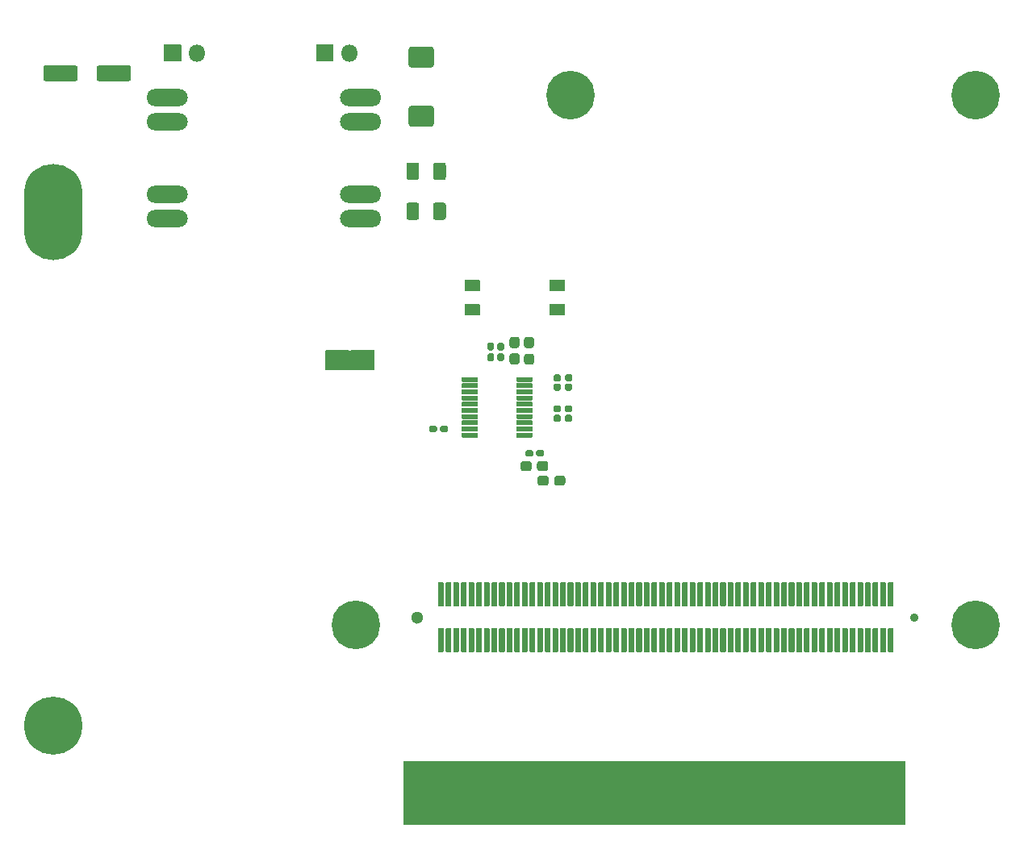
<source format=gts>
%TF.GenerationSoftware,KiCad,Pcbnew,(5.1.9)-1*%
%TF.CreationDate,2021-05-23T17:46:56+08:00*%
%TF.ProjectId,V1,56312e6b-6963-4616-945f-706362585858,rev?*%
%TF.SameCoordinates,Original*%
%TF.FileFunction,Soldermask,Top*%
%TF.FilePolarity,Negative*%
%FSLAX46Y46*%
G04 Gerber Fmt 4.6, Leading zero omitted, Abs format (unit mm)*
G04 Created by KiCad (PCBNEW (5.1.9)-1) date 2021-05-23 17:46:56*
%MOMM*%
%LPD*%
G01*
G04 APERTURE LIST*
%ADD10C,0.100000*%
%ADD11O,6.100000X10.100000*%
%ADD12C,6.100000*%
%ADD13C,5.100000*%
%ADD14C,1.300000*%
%ADD15C,0.900000*%
%ADD16O,1.800000X1.800000*%
%ADD17C,1.800000*%
%ADD18O,4.340000X1.800000*%
G04 APERTURE END LIST*
D10*
G36*
X184800000Y-135000000D02*
G01*
X132250000Y-135000000D01*
X132250000Y-128350000D01*
X184800000Y-128350000D01*
X184800000Y-135000000D01*
G37*
X184800000Y-135000000D02*
X132250000Y-135000000D01*
X132250000Y-128350000D01*
X184800000Y-128350000D01*
X184800000Y-135000000D01*
G36*
X127000000Y-87250000D02*
G01*
X126200000Y-87250000D01*
X126200000Y-85250000D01*
X127000000Y-85250000D01*
X127000000Y-87250000D01*
G37*
X127000000Y-87250000D02*
X126200000Y-87250000D01*
X126200000Y-85250000D01*
X127000000Y-85250000D01*
X127000000Y-87250000D01*
G36*
G01*
X138345000Y-88480000D02*
X138345000Y-88070000D01*
G75*
G02*
X138395000Y-88020000I50000J0D01*
G01*
X139965000Y-88020000D01*
G75*
G02*
X140015000Y-88070000I0J-50000D01*
G01*
X140015000Y-88480000D01*
G75*
G02*
X139965000Y-88530000I-50000J0D01*
G01*
X138395000Y-88530000D01*
G75*
G02*
X138345000Y-88480000I0J50000D01*
G01*
G37*
G36*
G01*
X138345000Y-89130000D02*
X138345000Y-88720000D01*
G75*
G02*
X138395000Y-88670000I50000J0D01*
G01*
X139965000Y-88670000D01*
G75*
G02*
X140015000Y-88720000I0J-50000D01*
G01*
X140015000Y-89130000D01*
G75*
G02*
X139965000Y-89180000I-50000J0D01*
G01*
X138395000Y-89180000D01*
G75*
G02*
X138345000Y-89130000I0J50000D01*
G01*
G37*
G36*
G01*
X138345000Y-89780000D02*
X138345000Y-89370000D01*
G75*
G02*
X138395000Y-89320000I50000J0D01*
G01*
X139965000Y-89320000D01*
G75*
G02*
X140015000Y-89370000I0J-50000D01*
G01*
X140015000Y-89780000D01*
G75*
G02*
X139965000Y-89830000I-50000J0D01*
G01*
X138395000Y-89830000D01*
G75*
G02*
X138345000Y-89780000I0J50000D01*
G01*
G37*
G36*
G01*
X138345000Y-90430000D02*
X138345000Y-90020000D01*
G75*
G02*
X138395000Y-89970000I50000J0D01*
G01*
X139965000Y-89970000D01*
G75*
G02*
X140015000Y-90020000I0J-50000D01*
G01*
X140015000Y-90430000D01*
G75*
G02*
X139965000Y-90480000I-50000J0D01*
G01*
X138395000Y-90480000D01*
G75*
G02*
X138345000Y-90430000I0J50000D01*
G01*
G37*
G36*
G01*
X138345000Y-91080000D02*
X138345000Y-90670000D01*
G75*
G02*
X138395000Y-90620000I50000J0D01*
G01*
X139965000Y-90620000D01*
G75*
G02*
X140015000Y-90670000I0J-50000D01*
G01*
X140015000Y-91080000D01*
G75*
G02*
X139965000Y-91130000I-50000J0D01*
G01*
X138395000Y-91130000D01*
G75*
G02*
X138345000Y-91080000I0J50000D01*
G01*
G37*
G36*
G01*
X138345000Y-91730000D02*
X138345000Y-91320000D01*
G75*
G02*
X138395000Y-91270000I50000J0D01*
G01*
X139965000Y-91270000D01*
G75*
G02*
X140015000Y-91320000I0J-50000D01*
G01*
X140015000Y-91730000D01*
G75*
G02*
X139965000Y-91780000I-50000J0D01*
G01*
X138395000Y-91780000D01*
G75*
G02*
X138345000Y-91730000I0J50000D01*
G01*
G37*
G36*
G01*
X138345000Y-92380000D02*
X138345000Y-91970000D01*
G75*
G02*
X138395000Y-91920000I50000J0D01*
G01*
X139965000Y-91920000D01*
G75*
G02*
X140015000Y-91970000I0J-50000D01*
G01*
X140015000Y-92380000D01*
G75*
G02*
X139965000Y-92430000I-50000J0D01*
G01*
X138395000Y-92430000D01*
G75*
G02*
X138345000Y-92380000I0J50000D01*
G01*
G37*
G36*
G01*
X138345000Y-93030000D02*
X138345000Y-92620000D01*
G75*
G02*
X138395000Y-92570000I50000J0D01*
G01*
X139965000Y-92570000D01*
G75*
G02*
X140015000Y-92620000I0J-50000D01*
G01*
X140015000Y-93030000D01*
G75*
G02*
X139965000Y-93080000I-50000J0D01*
G01*
X138395000Y-93080000D01*
G75*
G02*
X138345000Y-93030000I0J50000D01*
G01*
G37*
G36*
G01*
X138345000Y-93680000D02*
X138345000Y-93270000D01*
G75*
G02*
X138395000Y-93220000I50000J0D01*
G01*
X139965000Y-93220000D01*
G75*
G02*
X140015000Y-93270000I0J-50000D01*
G01*
X140015000Y-93680000D01*
G75*
G02*
X139965000Y-93730000I-50000J0D01*
G01*
X138395000Y-93730000D01*
G75*
G02*
X138345000Y-93680000I0J50000D01*
G01*
G37*
G36*
G01*
X138345000Y-94330000D02*
X138345000Y-93920000D01*
G75*
G02*
X138395000Y-93870000I50000J0D01*
G01*
X139965000Y-93870000D01*
G75*
G02*
X140015000Y-93920000I0J-50000D01*
G01*
X140015000Y-94330000D01*
G75*
G02*
X139965000Y-94380000I-50000J0D01*
G01*
X138395000Y-94380000D01*
G75*
G02*
X138345000Y-94330000I0J50000D01*
G01*
G37*
G36*
G01*
X144085000Y-94330000D02*
X144085000Y-93920000D01*
G75*
G02*
X144135000Y-93870000I50000J0D01*
G01*
X145705000Y-93870000D01*
G75*
G02*
X145755000Y-93920000I0J-50000D01*
G01*
X145755000Y-94330000D01*
G75*
G02*
X145705000Y-94380000I-50000J0D01*
G01*
X144135000Y-94380000D01*
G75*
G02*
X144085000Y-94330000I0J50000D01*
G01*
G37*
G36*
G01*
X144085000Y-93680000D02*
X144085000Y-93270000D01*
G75*
G02*
X144135000Y-93220000I50000J0D01*
G01*
X145705000Y-93220000D01*
G75*
G02*
X145755000Y-93270000I0J-50000D01*
G01*
X145755000Y-93680000D01*
G75*
G02*
X145705000Y-93730000I-50000J0D01*
G01*
X144135000Y-93730000D01*
G75*
G02*
X144085000Y-93680000I0J50000D01*
G01*
G37*
G36*
G01*
X144085000Y-93030000D02*
X144085000Y-92620000D01*
G75*
G02*
X144135000Y-92570000I50000J0D01*
G01*
X145705000Y-92570000D01*
G75*
G02*
X145755000Y-92620000I0J-50000D01*
G01*
X145755000Y-93030000D01*
G75*
G02*
X145705000Y-93080000I-50000J0D01*
G01*
X144135000Y-93080000D01*
G75*
G02*
X144085000Y-93030000I0J50000D01*
G01*
G37*
G36*
G01*
X144085000Y-92380000D02*
X144085000Y-91970000D01*
G75*
G02*
X144135000Y-91920000I50000J0D01*
G01*
X145705000Y-91920000D01*
G75*
G02*
X145755000Y-91970000I0J-50000D01*
G01*
X145755000Y-92380000D01*
G75*
G02*
X145705000Y-92430000I-50000J0D01*
G01*
X144135000Y-92430000D01*
G75*
G02*
X144085000Y-92380000I0J50000D01*
G01*
G37*
G36*
G01*
X144085000Y-91730000D02*
X144085000Y-91320000D01*
G75*
G02*
X144135000Y-91270000I50000J0D01*
G01*
X145705000Y-91270000D01*
G75*
G02*
X145755000Y-91320000I0J-50000D01*
G01*
X145755000Y-91730000D01*
G75*
G02*
X145705000Y-91780000I-50000J0D01*
G01*
X144135000Y-91780000D01*
G75*
G02*
X144085000Y-91730000I0J50000D01*
G01*
G37*
G36*
G01*
X144085000Y-91080000D02*
X144085000Y-90670000D01*
G75*
G02*
X144135000Y-90620000I50000J0D01*
G01*
X145705000Y-90620000D01*
G75*
G02*
X145755000Y-90670000I0J-50000D01*
G01*
X145755000Y-91080000D01*
G75*
G02*
X145705000Y-91130000I-50000J0D01*
G01*
X144135000Y-91130000D01*
G75*
G02*
X144085000Y-91080000I0J50000D01*
G01*
G37*
G36*
G01*
X144085000Y-90430000D02*
X144085000Y-90020000D01*
G75*
G02*
X144135000Y-89970000I50000J0D01*
G01*
X145705000Y-89970000D01*
G75*
G02*
X145755000Y-90020000I0J-50000D01*
G01*
X145755000Y-90430000D01*
G75*
G02*
X145705000Y-90480000I-50000J0D01*
G01*
X144135000Y-90480000D01*
G75*
G02*
X144085000Y-90430000I0J50000D01*
G01*
G37*
G36*
G01*
X144085000Y-89780000D02*
X144085000Y-89370000D01*
G75*
G02*
X144135000Y-89320000I50000J0D01*
G01*
X145705000Y-89320000D01*
G75*
G02*
X145755000Y-89370000I0J-50000D01*
G01*
X145755000Y-89780000D01*
G75*
G02*
X145705000Y-89830000I-50000J0D01*
G01*
X144135000Y-89830000D01*
G75*
G02*
X144085000Y-89780000I0J50000D01*
G01*
G37*
G36*
G01*
X144085000Y-89130000D02*
X144085000Y-88720000D01*
G75*
G02*
X144135000Y-88670000I50000J0D01*
G01*
X145705000Y-88670000D01*
G75*
G02*
X145755000Y-88720000I0J-50000D01*
G01*
X145755000Y-89130000D01*
G75*
G02*
X145705000Y-89180000I-50000J0D01*
G01*
X144135000Y-89180000D01*
G75*
G02*
X144085000Y-89130000I0J50000D01*
G01*
G37*
G36*
G01*
X144085000Y-88480000D02*
X144085000Y-88070000D01*
G75*
G02*
X144135000Y-88020000I50000J0D01*
G01*
X145705000Y-88020000D01*
G75*
G02*
X145755000Y-88070000I0J-50000D01*
G01*
X145755000Y-88480000D01*
G75*
G02*
X145705000Y-88530000I-50000J0D01*
G01*
X144135000Y-88530000D01*
G75*
G02*
X144085000Y-88480000I0J50000D01*
G01*
G37*
G36*
G01*
X138700000Y-80370000D02*
X140200000Y-80370000D01*
G75*
G02*
X140250000Y-80420000I0J-50000D01*
G01*
X140250000Y-81520000D01*
G75*
G02*
X140200000Y-81570000I-50000J0D01*
G01*
X138700000Y-81570000D01*
G75*
G02*
X138650000Y-81520000I0J50000D01*
G01*
X138650000Y-80420000D01*
G75*
G02*
X138700000Y-80370000I50000J0D01*
G01*
G37*
G36*
G01*
X147600000Y-80370000D02*
X149100000Y-80370000D01*
G75*
G02*
X149150000Y-80420000I0J-50000D01*
G01*
X149150000Y-81520000D01*
G75*
G02*
X149100000Y-81570000I-50000J0D01*
G01*
X147600000Y-81570000D01*
G75*
G02*
X147550000Y-81520000I0J50000D01*
G01*
X147550000Y-80420000D01*
G75*
G02*
X147600000Y-80370000I50000J0D01*
G01*
G37*
G36*
G01*
X138700000Y-77830000D02*
X140200000Y-77830000D01*
G75*
G02*
X140250000Y-77880000I0J-50000D01*
G01*
X140250000Y-78980000D01*
G75*
G02*
X140200000Y-79030000I-50000J0D01*
G01*
X138700000Y-79030000D01*
G75*
G02*
X138650000Y-78980000I0J50000D01*
G01*
X138650000Y-77880000D01*
G75*
G02*
X138700000Y-77830000I50000J0D01*
G01*
G37*
G36*
G01*
X147600000Y-77830000D02*
X149100000Y-77830000D01*
G75*
G02*
X149150000Y-77880000I0J-50000D01*
G01*
X149150000Y-78980000D01*
G75*
G02*
X149100000Y-79030000I-50000J0D01*
G01*
X147600000Y-79030000D01*
G75*
G02*
X147550000Y-78980000I0J50000D01*
G01*
X147550000Y-77880000D01*
G75*
G02*
X147600000Y-77830000I50000J0D01*
G01*
G37*
G36*
G01*
X148760000Y-92165000D02*
X148760000Y-92535000D01*
G75*
G02*
X148575000Y-92720000I-185000J0D01*
G01*
X148130000Y-92720000D01*
G75*
G02*
X147945000Y-92535000I0J185000D01*
G01*
X147945000Y-92165000D01*
G75*
G02*
X148130000Y-91980000I185000J0D01*
G01*
X148575000Y-91980000D01*
G75*
G02*
X148760000Y-92165000I0J-185000D01*
G01*
G37*
G36*
G01*
X149955000Y-92165000D02*
X149955000Y-92535000D01*
G75*
G02*
X149770000Y-92720000I-185000J0D01*
G01*
X149325000Y-92720000D01*
G75*
G02*
X149140000Y-92535000I0J185000D01*
G01*
X149140000Y-92165000D01*
G75*
G02*
X149325000Y-91980000I185000J0D01*
G01*
X149770000Y-91980000D01*
G75*
G02*
X149955000Y-92165000I0J-185000D01*
G01*
G37*
G36*
G01*
X148760000Y-91165000D02*
X148760000Y-91535000D01*
G75*
G02*
X148575000Y-91720000I-185000J0D01*
G01*
X148130000Y-91720000D01*
G75*
G02*
X147945000Y-91535000I0J185000D01*
G01*
X147945000Y-91165000D01*
G75*
G02*
X148130000Y-90980000I185000J0D01*
G01*
X148575000Y-90980000D01*
G75*
G02*
X148760000Y-91165000I0J-185000D01*
G01*
G37*
G36*
G01*
X149955000Y-91165000D02*
X149955000Y-91535000D01*
G75*
G02*
X149770000Y-91720000I-185000J0D01*
G01*
X149325000Y-91720000D01*
G75*
G02*
X149140000Y-91535000I0J185000D01*
G01*
X149140000Y-91165000D01*
G75*
G02*
X149325000Y-90980000I185000J0D01*
G01*
X149770000Y-90980000D01*
G75*
G02*
X149955000Y-91165000I0J-185000D01*
G01*
G37*
G36*
G01*
X148760000Y-88915000D02*
X148760000Y-89285000D01*
G75*
G02*
X148575000Y-89470000I-185000J0D01*
G01*
X148130000Y-89470000D01*
G75*
G02*
X147945000Y-89285000I0J185000D01*
G01*
X147945000Y-88915000D01*
G75*
G02*
X148130000Y-88730000I185000J0D01*
G01*
X148575000Y-88730000D01*
G75*
G02*
X148760000Y-88915000I0J-185000D01*
G01*
G37*
G36*
G01*
X149955000Y-88915000D02*
X149955000Y-89285000D01*
G75*
G02*
X149770000Y-89470000I-185000J0D01*
G01*
X149325000Y-89470000D01*
G75*
G02*
X149140000Y-89285000I0J185000D01*
G01*
X149140000Y-88915000D01*
G75*
G02*
X149325000Y-88730000I185000J0D01*
G01*
X149770000Y-88730000D01*
G75*
G02*
X149955000Y-88915000I0J-185000D01*
G01*
G37*
G36*
G01*
X148760000Y-87915000D02*
X148760000Y-88285000D01*
G75*
G02*
X148575000Y-88470000I-185000J0D01*
G01*
X148130000Y-88470000D01*
G75*
G02*
X147945000Y-88285000I0J185000D01*
G01*
X147945000Y-87915000D01*
G75*
G02*
X148130000Y-87730000I185000J0D01*
G01*
X148575000Y-87730000D01*
G75*
G02*
X148760000Y-87915000I0J-185000D01*
G01*
G37*
G36*
G01*
X149955000Y-87915000D02*
X149955000Y-88285000D01*
G75*
G02*
X149770000Y-88470000I-185000J0D01*
G01*
X149325000Y-88470000D01*
G75*
G02*
X149140000Y-88285000I0J185000D01*
G01*
X149140000Y-87915000D01*
G75*
G02*
X149325000Y-87730000I185000J0D01*
G01*
X149770000Y-87730000D01*
G75*
G02*
X149955000Y-87915000I0J-185000D01*
G01*
G37*
G36*
G01*
X148050000Y-99162500D02*
X148050000Y-98637500D01*
G75*
G02*
X148312500Y-98375000I262500J0D01*
G01*
X148937500Y-98375000D01*
G75*
G02*
X149200000Y-98637500I0J-262500D01*
G01*
X149200000Y-99162500D01*
G75*
G02*
X148937500Y-99425000I-262500J0D01*
G01*
X148312500Y-99425000D01*
G75*
G02*
X148050000Y-99162500I0J262500D01*
G01*
G37*
G36*
G01*
X146300000Y-99162500D02*
X146300000Y-98637500D01*
G75*
G02*
X146562500Y-98375000I262500J0D01*
G01*
X147187500Y-98375000D01*
G75*
G02*
X147450000Y-98637500I0J-262500D01*
G01*
X147450000Y-99162500D01*
G75*
G02*
X147187500Y-99425000I-262500J0D01*
G01*
X146562500Y-99425000D01*
G75*
G02*
X146300000Y-99162500I0J262500D01*
G01*
G37*
G36*
G01*
X145662500Y-84975000D02*
X145137500Y-84975000D01*
G75*
G02*
X144875000Y-84712500I0J262500D01*
G01*
X144875000Y-84087500D01*
G75*
G02*
X145137500Y-83825000I262500J0D01*
G01*
X145662500Y-83825000D01*
G75*
G02*
X145925000Y-84087500I0J-262500D01*
G01*
X145925000Y-84712500D01*
G75*
G02*
X145662500Y-84975000I-262500J0D01*
G01*
G37*
G36*
G01*
X145662500Y-86725000D02*
X145137500Y-86725000D01*
G75*
G02*
X144875000Y-86462500I0J262500D01*
G01*
X144875000Y-85837500D01*
G75*
G02*
X145137500Y-85575000I262500J0D01*
G01*
X145662500Y-85575000D01*
G75*
G02*
X145925000Y-85837500I0J-262500D01*
G01*
X145925000Y-86462500D01*
G75*
G02*
X145662500Y-86725000I-262500J0D01*
G01*
G37*
G36*
G01*
X147250000Y-132700000D02*
X147250000Y-128400000D01*
G75*
G02*
X147300000Y-128350000I50000J0D01*
G01*
X148000000Y-128350000D01*
G75*
G02*
X148050000Y-128400000I0J-50000D01*
G01*
X148050000Y-132700000D01*
G75*
G02*
X148000000Y-132750000I-50000J0D01*
G01*
X147300000Y-132750000D01*
G75*
G02*
X147250000Y-132700000I0J50000D01*
G01*
G37*
G36*
G01*
X146250000Y-132700000D02*
X146250000Y-128400000D01*
G75*
G02*
X146300000Y-128350000I50000J0D01*
G01*
X147000000Y-128350000D01*
G75*
G02*
X147050000Y-128400000I0J-50000D01*
G01*
X147050000Y-132700000D01*
G75*
G02*
X147000000Y-132750000I-50000J0D01*
G01*
X146300000Y-132750000D01*
G75*
G02*
X146250000Y-132700000I0J50000D01*
G01*
G37*
G36*
G01*
X152250000Y-132700000D02*
X152250000Y-128400000D01*
G75*
G02*
X152300000Y-128350000I50000J0D01*
G01*
X153000000Y-128350000D01*
G75*
G02*
X153050000Y-128400000I0J-50000D01*
G01*
X153050000Y-132700000D01*
G75*
G02*
X153000000Y-132750000I-50000J0D01*
G01*
X152300000Y-132750000D01*
G75*
G02*
X152250000Y-132700000I0J50000D01*
G01*
G37*
G36*
G01*
X151250000Y-132700000D02*
X151250000Y-128400000D01*
G75*
G02*
X151300000Y-128350000I50000J0D01*
G01*
X152000000Y-128350000D01*
G75*
G02*
X152050000Y-128400000I0J-50000D01*
G01*
X152050000Y-132700000D01*
G75*
G02*
X152000000Y-132750000I-50000J0D01*
G01*
X151300000Y-132750000D01*
G75*
G02*
X151250000Y-132700000I0J50000D01*
G01*
G37*
G36*
G01*
X150250000Y-132700000D02*
X150250000Y-128400000D01*
G75*
G02*
X150300000Y-128350000I50000J0D01*
G01*
X151000000Y-128350000D01*
G75*
G02*
X151050000Y-128400000I0J-50000D01*
G01*
X151050000Y-132700000D01*
G75*
G02*
X151000000Y-132750000I-50000J0D01*
G01*
X150300000Y-132750000D01*
G75*
G02*
X150250000Y-132700000I0J50000D01*
G01*
G37*
G36*
G01*
X149250000Y-132700000D02*
X149250000Y-128400000D01*
G75*
G02*
X149300000Y-128350000I50000J0D01*
G01*
X150000000Y-128350000D01*
G75*
G02*
X150050000Y-128400000I0J-50000D01*
G01*
X150050000Y-132700000D01*
G75*
G02*
X150000000Y-132750000I-50000J0D01*
G01*
X149300000Y-132750000D01*
G75*
G02*
X149250000Y-132700000I0J50000D01*
G01*
G37*
G36*
G01*
X148250000Y-132700000D02*
X148250000Y-128400000D01*
G75*
G02*
X148300000Y-128350000I50000J0D01*
G01*
X149000000Y-128350000D01*
G75*
G02*
X149050000Y-128400000I0J-50000D01*
G01*
X149050000Y-132700000D01*
G75*
G02*
X149000000Y-132750000I-50000J0D01*
G01*
X148300000Y-132750000D01*
G75*
G02*
X148250000Y-132700000I0J50000D01*
G01*
G37*
G36*
G01*
X143250000Y-132700000D02*
X143250000Y-128400000D01*
G75*
G02*
X143300000Y-128350000I50000J0D01*
G01*
X144000000Y-128350000D01*
G75*
G02*
X144050000Y-128400000I0J-50000D01*
G01*
X144050000Y-132700000D01*
G75*
G02*
X144000000Y-132750000I-50000J0D01*
G01*
X143300000Y-132750000D01*
G75*
G02*
X143250000Y-132700000I0J50000D01*
G01*
G37*
G36*
G01*
X142250000Y-132700000D02*
X142250000Y-128400000D01*
G75*
G02*
X142300000Y-128350000I50000J0D01*
G01*
X143000000Y-128350000D01*
G75*
G02*
X143050000Y-128400000I0J-50000D01*
G01*
X143050000Y-132700000D01*
G75*
G02*
X143000000Y-132750000I-50000J0D01*
G01*
X142300000Y-132750000D01*
G75*
G02*
X142250000Y-132700000I0J50000D01*
G01*
G37*
G36*
G01*
X141250000Y-132700000D02*
X141250000Y-128400000D01*
G75*
G02*
X141300000Y-128350000I50000J0D01*
G01*
X142000000Y-128350000D01*
G75*
G02*
X142050000Y-128400000I0J-50000D01*
G01*
X142050000Y-132700000D01*
G75*
G02*
X142000000Y-132750000I-50000J0D01*
G01*
X141300000Y-132750000D01*
G75*
G02*
X141250000Y-132700000I0J50000D01*
G01*
G37*
G36*
G01*
X140250000Y-132700000D02*
X140250000Y-128400000D01*
G75*
G02*
X140300000Y-128350000I50000J0D01*
G01*
X141000000Y-128350000D01*
G75*
G02*
X141050000Y-128400000I0J-50000D01*
G01*
X141050000Y-132700000D01*
G75*
G02*
X141000000Y-132750000I-50000J0D01*
G01*
X140300000Y-132750000D01*
G75*
G02*
X140250000Y-132700000I0J50000D01*
G01*
G37*
G36*
G01*
X139250000Y-132700000D02*
X139250000Y-128400000D01*
G75*
G02*
X139300000Y-128350000I50000J0D01*
G01*
X140000000Y-128350000D01*
G75*
G02*
X140050000Y-128400000I0J-50000D01*
G01*
X140050000Y-132700000D01*
G75*
G02*
X140000000Y-132750000I-50000J0D01*
G01*
X139300000Y-132750000D01*
G75*
G02*
X139250000Y-132700000I0J50000D01*
G01*
G37*
G36*
G01*
X138250000Y-132700000D02*
X138250000Y-128400000D01*
G75*
G02*
X138300000Y-128350000I50000J0D01*
G01*
X139000000Y-128350000D01*
G75*
G02*
X139050000Y-128400000I0J-50000D01*
G01*
X139050000Y-132700000D01*
G75*
G02*
X139000000Y-132750000I-50000J0D01*
G01*
X138300000Y-132750000D01*
G75*
G02*
X138250000Y-132700000I0J50000D01*
G01*
G37*
G36*
G01*
X137250000Y-132700000D02*
X137250000Y-128400000D01*
G75*
G02*
X137300000Y-128350000I50000J0D01*
G01*
X138000000Y-128350000D01*
G75*
G02*
X138050000Y-128400000I0J-50000D01*
G01*
X138050000Y-132700000D01*
G75*
G02*
X138000000Y-132750000I-50000J0D01*
G01*
X137300000Y-132750000D01*
G75*
G02*
X137250000Y-132700000I0J50000D01*
G01*
G37*
G36*
G01*
X136250000Y-132700000D02*
X136250000Y-128400000D01*
G75*
G02*
X136300000Y-128350000I50000J0D01*
G01*
X137000000Y-128350000D01*
G75*
G02*
X137050000Y-128400000I0J-50000D01*
G01*
X137050000Y-132700000D01*
G75*
G02*
X137000000Y-132750000I-50000J0D01*
G01*
X136300000Y-132750000D01*
G75*
G02*
X136250000Y-132700000I0J50000D01*
G01*
G37*
G36*
G01*
X135250000Y-132700000D02*
X135250000Y-128400000D01*
G75*
G02*
X135300000Y-128350000I50000J0D01*
G01*
X136000000Y-128350000D01*
G75*
G02*
X136050000Y-128400000I0J-50000D01*
G01*
X136050000Y-132700000D01*
G75*
G02*
X136000000Y-132750000I-50000J0D01*
G01*
X135300000Y-132750000D01*
G75*
G02*
X135250000Y-132700000I0J50000D01*
G01*
G37*
G36*
G01*
X134250000Y-132700000D02*
X134250000Y-128400000D01*
G75*
G02*
X134300000Y-128350000I50000J0D01*
G01*
X135000000Y-128350000D01*
G75*
G02*
X135050000Y-128400000I0J-50000D01*
G01*
X135050000Y-132700000D01*
G75*
G02*
X135000000Y-132750000I-50000J0D01*
G01*
X134300000Y-132750000D01*
G75*
G02*
X134250000Y-132700000I0J50000D01*
G01*
G37*
G36*
G01*
X133250000Y-132700000D02*
X133250000Y-128400000D01*
G75*
G02*
X133300000Y-128350000I50000J0D01*
G01*
X134000000Y-128350000D01*
G75*
G02*
X134050000Y-128400000I0J-50000D01*
G01*
X134050000Y-132700000D01*
G75*
G02*
X134000000Y-132750000I-50000J0D01*
G01*
X133300000Y-132750000D01*
G75*
G02*
X133250000Y-132700000I0J50000D01*
G01*
G37*
G36*
G01*
X153250000Y-132700000D02*
X153250000Y-128400000D01*
G75*
G02*
X153300000Y-128350000I50000J0D01*
G01*
X154000000Y-128350000D01*
G75*
G02*
X154050000Y-128400000I0J-50000D01*
G01*
X154050000Y-132700000D01*
G75*
G02*
X154000000Y-132750000I-50000J0D01*
G01*
X153300000Y-132750000D01*
G75*
G02*
X153250000Y-132700000I0J50000D01*
G01*
G37*
G36*
G01*
X154250000Y-132700000D02*
X154250000Y-128400000D01*
G75*
G02*
X154300000Y-128350000I50000J0D01*
G01*
X155000000Y-128350000D01*
G75*
G02*
X155050000Y-128400000I0J-50000D01*
G01*
X155050000Y-132700000D01*
G75*
G02*
X155000000Y-132750000I-50000J0D01*
G01*
X154300000Y-132750000D01*
G75*
G02*
X154250000Y-132700000I0J50000D01*
G01*
G37*
G36*
G01*
X155250000Y-132700000D02*
X155250000Y-128400000D01*
G75*
G02*
X155300000Y-128350000I50000J0D01*
G01*
X156000000Y-128350000D01*
G75*
G02*
X156050000Y-128400000I0J-50000D01*
G01*
X156050000Y-132700000D01*
G75*
G02*
X156000000Y-132750000I-50000J0D01*
G01*
X155300000Y-132750000D01*
G75*
G02*
X155250000Y-132700000I0J50000D01*
G01*
G37*
G36*
G01*
X156250000Y-132700000D02*
X156250000Y-128400000D01*
G75*
G02*
X156300000Y-128350000I50000J0D01*
G01*
X157000000Y-128350000D01*
G75*
G02*
X157050000Y-128400000I0J-50000D01*
G01*
X157050000Y-132700000D01*
G75*
G02*
X157000000Y-132750000I-50000J0D01*
G01*
X156300000Y-132750000D01*
G75*
G02*
X156250000Y-132700000I0J50000D01*
G01*
G37*
G36*
G01*
X157250000Y-132700000D02*
X157250000Y-128400000D01*
G75*
G02*
X157300000Y-128350000I50000J0D01*
G01*
X158000000Y-128350000D01*
G75*
G02*
X158050000Y-128400000I0J-50000D01*
G01*
X158050000Y-132700000D01*
G75*
G02*
X158000000Y-132750000I-50000J0D01*
G01*
X157300000Y-132750000D01*
G75*
G02*
X157250000Y-132700000I0J50000D01*
G01*
G37*
G36*
G01*
X158250000Y-132700000D02*
X158250000Y-128400000D01*
G75*
G02*
X158300000Y-128350000I50000J0D01*
G01*
X159000000Y-128350000D01*
G75*
G02*
X159050000Y-128400000I0J-50000D01*
G01*
X159050000Y-132700000D01*
G75*
G02*
X159000000Y-132750000I-50000J0D01*
G01*
X158300000Y-132750000D01*
G75*
G02*
X158250000Y-132700000I0J50000D01*
G01*
G37*
G36*
G01*
X159250000Y-132700000D02*
X159250000Y-128400000D01*
G75*
G02*
X159300000Y-128350000I50000J0D01*
G01*
X160000000Y-128350000D01*
G75*
G02*
X160050000Y-128400000I0J-50000D01*
G01*
X160050000Y-132700000D01*
G75*
G02*
X160000000Y-132750000I-50000J0D01*
G01*
X159300000Y-132750000D01*
G75*
G02*
X159250000Y-132700000I0J50000D01*
G01*
G37*
G36*
G01*
X160250000Y-132700000D02*
X160250000Y-128400000D01*
G75*
G02*
X160300000Y-128350000I50000J0D01*
G01*
X161000000Y-128350000D01*
G75*
G02*
X161050000Y-128400000I0J-50000D01*
G01*
X161050000Y-132700000D01*
G75*
G02*
X161000000Y-132750000I-50000J0D01*
G01*
X160300000Y-132750000D01*
G75*
G02*
X160250000Y-132700000I0J50000D01*
G01*
G37*
G36*
G01*
X161250000Y-132700000D02*
X161250000Y-128400000D01*
G75*
G02*
X161300000Y-128350000I50000J0D01*
G01*
X162000000Y-128350000D01*
G75*
G02*
X162050000Y-128400000I0J-50000D01*
G01*
X162050000Y-132700000D01*
G75*
G02*
X162000000Y-132750000I-50000J0D01*
G01*
X161300000Y-132750000D01*
G75*
G02*
X161250000Y-132700000I0J50000D01*
G01*
G37*
G36*
G01*
X162250000Y-132700000D02*
X162250000Y-128400000D01*
G75*
G02*
X162300000Y-128350000I50000J0D01*
G01*
X163000000Y-128350000D01*
G75*
G02*
X163050000Y-128400000I0J-50000D01*
G01*
X163050000Y-132700000D01*
G75*
G02*
X163000000Y-132750000I-50000J0D01*
G01*
X162300000Y-132750000D01*
G75*
G02*
X162250000Y-132700000I0J50000D01*
G01*
G37*
G36*
G01*
X163250000Y-132700000D02*
X163250000Y-128400000D01*
G75*
G02*
X163300000Y-128350000I50000J0D01*
G01*
X164000000Y-128350000D01*
G75*
G02*
X164050000Y-128400000I0J-50000D01*
G01*
X164050000Y-132700000D01*
G75*
G02*
X164000000Y-132750000I-50000J0D01*
G01*
X163300000Y-132750000D01*
G75*
G02*
X163250000Y-132700000I0J50000D01*
G01*
G37*
G36*
G01*
X164250000Y-132700000D02*
X164250000Y-128400000D01*
G75*
G02*
X164300000Y-128350000I50000J0D01*
G01*
X165000000Y-128350000D01*
G75*
G02*
X165050000Y-128400000I0J-50000D01*
G01*
X165050000Y-132700000D01*
G75*
G02*
X165000000Y-132750000I-50000J0D01*
G01*
X164300000Y-132750000D01*
G75*
G02*
X164250000Y-132700000I0J50000D01*
G01*
G37*
G36*
G01*
X165250000Y-132700000D02*
X165250000Y-128400000D01*
G75*
G02*
X165300000Y-128350000I50000J0D01*
G01*
X166000000Y-128350000D01*
G75*
G02*
X166050000Y-128400000I0J-50000D01*
G01*
X166050000Y-132700000D01*
G75*
G02*
X166000000Y-132750000I-50000J0D01*
G01*
X165300000Y-132750000D01*
G75*
G02*
X165250000Y-132700000I0J50000D01*
G01*
G37*
G36*
G01*
X166250000Y-132700000D02*
X166250000Y-128400000D01*
G75*
G02*
X166300000Y-128350000I50000J0D01*
G01*
X167000000Y-128350000D01*
G75*
G02*
X167050000Y-128400000I0J-50000D01*
G01*
X167050000Y-132700000D01*
G75*
G02*
X167000000Y-132750000I-50000J0D01*
G01*
X166300000Y-132750000D01*
G75*
G02*
X166250000Y-132700000I0J50000D01*
G01*
G37*
G36*
G01*
X167250000Y-132700000D02*
X167250000Y-128400000D01*
G75*
G02*
X167300000Y-128350000I50000J0D01*
G01*
X168000000Y-128350000D01*
G75*
G02*
X168050000Y-128400000I0J-50000D01*
G01*
X168050000Y-132700000D01*
G75*
G02*
X168000000Y-132750000I-50000J0D01*
G01*
X167300000Y-132750000D01*
G75*
G02*
X167250000Y-132700000I0J50000D01*
G01*
G37*
G36*
G01*
X168250000Y-132700000D02*
X168250000Y-128400000D01*
G75*
G02*
X168300000Y-128350000I50000J0D01*
G01*
X169000000Y-128350000D01*
G75*
G02*
X169050000Y-128400000I0J-50000D01*
G01*
X169050000Y-132700000D01*
G75*
G02*
X169000000Y-132750000I-50000J0D01*
G01*
X168300000Y-132750000D01*
G75*
G02*
X168250000Y-132700000I0J50000D01*
G01*
G37*
G36*
G01*
X169250000Y-132700000D02*
X169250000Y-128400000D01*
G75*
G02*
X169300000Y-128350000I50000J0D01*
G01*
X170000000Y-128350000D01*
G75*
G02*
X170050000Y-128400000I0J-50000D01*
G01*
X170050000Y-132700000D01*
G75*
G02*
X170000000Y-132750000I-50000J0D01*
G01*
X169300000Y-132750000D01*
G75*
G02*
X169250000Y-132700000I0J50000D01*
G01*
G37*
G36*
G01*
X170250000Y-132700000D02*
X170250000Y-128400000D01*
G75*
G02*
X170300000Y-128350000I50000J0D01*
G01*
X171000000Y-128350000D01*
G75*
G02*
X171050000Y-128400000I0J-50000D01*
G01*
X171050000Y-132700000D01*
G75*
G02*
X171000000Y-132750000I-50000J0D01*
G01*
X170300000Y-132750000D01*
G75*
G02*
X170250000Y-132700000I0J50000D01*
G01*
G37*
G36*
G01*
X171250000Y-132700000D02*
X171250000Y-128400000D01*
G75*
G02*
X171300000Y-128350000I50000J0D01*
G01*
X172000000Y-128350000D01*
G75*
G02*
X172050000Y-128400000I0J-50000D01*
G01*
X172050000Y-132700000D01*
G75*
G02*
X172000000Y-132750000I-50000J0D01*
G01*
X171300000Y-132750000D01*
G75*
G02*
X171250000Y-132700000I0J50000D01*
G01*
G37*
G36*
G01*
X172250000Y-132700000D02*
X172250000Y-128400000D01*
G75*
G02*
X172300000Y-128350000I50000J0D01*
G01*
X173000000Y-128350000D01*
G75*
G02*
X173050000Y-128400000I0J-50000D01*
G01*
X173050000Y-132700000D01*
G75*
G02*
X173000000Y-132750000I-50000J0D01*
G01*
X172300000Y-132750000D01*
G75*
G02*
X172250000Y-132700000I0J50000D01*
G01*
G37*
G36*
G01*
X173250000Y-132700000D02*
X173250000Y-128400000D01*
G75*
G02*
X173300000Y-128350000I50000J0D01*
G01*
X174000000Y-128350000D01*
G75*
G02*
X174050000Y-128400000I0J-50000D01*
G01*
X174050000Y-132700000D01*
G75*
G02*
X174000000Y-132750000I-50000J0D01*
G01*
X173300000Y-132750000D01*
G75*
G02*
X173250000Y-132700000I0J50000D01*
G01*
G37*
G36*
G01*
X174250000Y-132700000D02*
X174250000Y-128400000D01*
G75*
G02*
X174300000Y-128350000I50000J0D01*
G01*
X175000000Y-128350000D01*
G75*
G02*
X175050000Y-128400000I0J-50000D01*
G01*
X175050000Y-132700000D01*
G75*
G02*
X175000000Y-132750000I-50000J0D01*
G01*
X174300000Y-132750000D01*
G75*
G02*
X174250000Y-132700000I0J50000D01*
G01*
G37*
G36*
G01*
X175250000Y-132700000D02*
X175250000Y-128400000D01*
G75*
G02*
X175300000Y-128350000I50000J0D01*
G01*
X176000000Y-128350000D01*
G75*
G02*
X176050000Y-128400000I0J-50000D01*
G01*
X176050000Y-132700000D01*
G75*
G02*
X176000000Y-132750000I-50000J0D01*
G01*
X175300000Y-132750000D01*
G75*
G02*
X175250000Y-132700000I0J50000D01*
G01*
G37*
G36*
G01*
X176250000Y-132700000D02*
X176250000Y-128400000D01*
G75*
G02*
X176300000Y-128350000I50000J0D01*
G01*
X177000000Y-128350000D01*
G75*
G02*
X177050000Y-128400000I0J-50000D01*
G01*
X177050000Y-132700000D01*
G75*
G02*
X177000000Y-132750000I-50000J0D01*
G01*
X176300000Y-132750000D01*
G75*
G02*
X176250000Y-132700000I0J50000D01*
G01*
G37*
G36*
G01*
X177250000Y-132700000D02*
X177250000Y-128400000D01*
G75*
G02*
X177300000Y-128350000I50000J0D01*
G01*
X178000000Y-128350000D01*
G75*
G02*
X178050000Y-128400000I0J-50000D01*
G01*
X178050000Y-132700000D01*
G75*
G02*
X178000000Y-132750000I-50000J0D01*
G01*
X177300000Y-132750000D01*
G75*
G02*
X177250000Y-132700000I0J50000D01*
G01*
G37*
G36*
G01*
X178250000Y-132700000D02*
X178250000Y-128400000D01*
G75*
G02*
X178300000Y-128350000I50000J0D01*
G01*
X179000000Y-128350000D01*
G75*
G02*
X179050000Y-128400000I0J-50000D01*
G01*
X179050000Y-132700000D01*
G75*
G02*
X179000000Y-132750000I-50000J0D01*
G01*
X178300000Y-132750000D01*
G75*
G02*
X178250000Y-132700000I0J50000D01*
G01*
G37*
G36*
G01*
X179250000Y-132700000D02*
X179250000Y-128400000D01*
G75*
G02*
X179300000Y-128350000I50000J0D01*
G01*
X180000000Y-128350000D01*
G75*
G02*
X180050000Y-128400000I0J-50000D01*
G01*
X180050000Y-132700000D01*
G75*
G02*
X180000000Y-132750000I-50000J0D01*
G01*
X179300000Y-132750000D01*
G75*
G02*
X179250000Y-132700000I0J50000D01*
G01*
G37*
G36*
G01*
X180250000Y-132700000D02*
X180250000Y-128400000D01*
G75*
G02*
X180300000Y-128350000I50000J0D01*
G01*
X181000000Y-128350000D01*
G75*
G02*
X181050000Y-128400000I0J-50000D01*
G01*
X181050000Y-132700000D01*
G75*
G02*
X181000000Y-132750000I-50000J0D01*
G01*
X180300000Y-132750000D01*
G75*
G02*
X180250000Y-132700000I0J50000D01*
G01*
G37*
G36*
G01*
X181250000Y-132700000D02*
X181250000Y-128400000D01*
G75*
G02*
X181300000Y-128350000I50000J0D01*
G01*
X182000000Y-128350000D01*
G75*
G02*
X182050000Y-128400000I0J-50000D01*
G01*
X182050000Y-132700000D01*
G75*
G02*
X182000000Y-132750000I-50000J0D01*
G01*
X181300000Y-132750000D01*
G75*
G02*
X181250000Y-132700000I0J50000D01*
G01*
G37*
G36*
G01*
X182250000Y-131600000D02*
X182250000Y-128400000D01*
G75*
G02*
X182300000Y-128350000I50000J0D01*
G01*
X183000000Y-128350000D01*
G75*
G02*
X183050000Y-128400000I0J-50000D01*
G01*
X183050000Y-131600000D01*
G75*
G02*
X183000000Y-131650000I-50000J0D01*
G01*
X182300000Y-131650000D01*
G75*
G02*
X182250000Y-131600000I0J50000D01*
G01*
G37*
G36*
G01*
X183250000Y-132700000D02*
X183250000Y-128400000D01*
G75*
G02*
X183300000Y-128350000I50000J0D01*
G01*
X184000000Y-128350000D01*
G75*
G02*
X184050000Y-128400000I0J-50000D01*
G01*
X184050000Y-132700000D01*
G75*
G02*
X184000000Y-132750000I-50000J0D01*
G01*
X183300000Y-132750000D01*
G75*
G02*
X183250000Y-132700000I0J50000D01*
G01*
G37*
G36*
G01*
X145675000Y-97112500D02*
X145675000Y-97637500D01*
G75*
G02*
X145412500Y-97900000I-262500J0D01*
G01*
X144762500Y-97900000D01*
G75*
G02*
X144500000Y-97637500I0J262500D01*
G01*
X144500000Y-97112500D01*
G75*
G02*
X144762500Y-96850000I262500J0D01*
G01*
X145412500Y-96850000D01*
G75*
G02*
X145675000Y-97112500I0J-262500D01*
G01*
G37*
G36*
G01*
X147400000Y-97112500D02*
X147400000Y-97637500D01*
G75*
G02*
X147137500Y-97900000I-262500J0D01*
G01*
X146487500Y-97900000D01*
G75*
G02*
X146225000Y-97637500I0J262500D01*
G01*
X146225000Y-97112500D01*
G75*
G02*
X146487500Y-96850000I262500J0D01*
G01*
X147137500Y-96850000D01*
G75*
G02*
X147400000Y-97112500I0J-262500D01*
G01*
G37*
G36*
G01*
X135750000Y-93295000D02*
X135750000Y-93655000D01*
G75*
G02*
X135570000Y-93835000I-180000J0D01*
G01*
X135095000Y-93835000D01*
G75*
G02*
X134915000Y-93655000I0J180000D01*
G01*
X134915000Y-93295000D01*
G75*
G02*
X135095000Y-93115000I180000J0D01*
G01*
X135570000Y-93115000D01*
G75*
G02*
X135750000Y-93295000I0J-180000D01*
G01*
G37*
G36*
G01*
X136885000Y-93295000D02*
X136885000Y-93655000D01*
G75*
G02*
X136705000Y-93835000I-180000J0D01*
G01*
X136230000Y-93835000D01*
G75*
G02*
X136050000Y-93655000I0J180000D01*
G01*
X136050000Y-93295000D01*
G75*
G02*
X136230000Y-93115000I180000J0D01*
G01*
X136705000Y-93115000D01*
G75*
G02*
X136885000Y-93295000I0J-180000D01*
G01*
G37*
G36*
G01*
X145850000Y-95845000D02*
X145850000Y-96205000D01*
G75*
G02*
X145670000Y-96385000I-180000J0D01*
G01*
X145195000Y-96385000D01*
G75*
G02*
X145015000Y-96205000I0J180000D01*
G01*
X145015000Y-95845000D01*
G75*
G02*
X145195000Y-95665000I180000J0D01*
G01*
X145670000Y-95665000D01*
G75*
G02*
X145850000Y-95845000I0J-180000D01*
G01*
G37*
G36*
G01*
X146985000Y-95845000D02*
X146985000Y-96205000D01*
G75*
G02*
X146805000Y-96385000I-180000J0D01*
G01*
X146330000Y-96385000D01*
G75*
G02*
X146150000Y-96205000I0J180000D01*
G01*
X146150000Y-95845000D01*
G75*
G02*
X146330000Y-95665000I180000J0D01*
G01*
X146805000Y-95665000D01*
G75*
G02*
X146985000Y-95845000I0J-180000D01*
G01*
G37*
G36*
G01*
X144137500Y-84975000D02*
X143612500Y-84975000D01*
G75*
G02*
X143350000Y-84712500I0J262500D01*
G01*
X143350000Y-84062500D01*
G75*
G02*
X143612500Y-83800000I262500J0D01*
G01*
X144137500Y-83800000D01*
G75*
G02*
X144400000Y-84062500I0J-262500D01*
G01*
X144400000Y-84712500D01*
G75*
G02*
X144137500Y-84975000I-262500J0D01*
G01*
G37*
G36*
G01*
X144137500Y-86700000D02*
X143612500Y-86700000D01*
G75*
G02*
X143350000Y-86437500I0J262500D01*
G01*
X143350000Y-85787500D01*
G75*
G02*
X143612500Y-85525000I262500J0D01*
G01*
X144137500Y-85525000D01*
G75*
G02*
X144400000Y-85787500I0J-262500D01*
G01*
X144400000Y-86437500D01*
G75*
G02*
X144137500Y-86700000I-262500J0D01*
G01*
G37*
G36*
G01*
X141555000Y-85225000D02*
X141195000Y-85225000D01*
G75*
G02*
X141015000Y-85045000I0J180000D01*
G01*
X141015000Y-84570000D01*
G75*
G02*
X141195000Y-84390000I180000J0D01*
G01*
X141555000Y-84390000D01*
G75*
G02*
X141735000Y-84570000I0J-180000D01*
G01*
X141735000Y-85045000D01*
G75*
G02*
X141555000Y-85225000I-180000J0D01*
G01*
G37*
G36*
G01*
X141555000Y-86360000D02*
X141195000Y-86360000D01*
G75*
G02*
X141015000Y-86180000I0J180000D01*
G01*
X141015000Y-85705000D01*
G75*
G02*
X141195000Y-85525000I180000J0D01*
G01*
X141555000Y-85525000D01*
G75*
G02*
X141735000Y-85705000I0J-180000D01*
G01*
X141735000Y-86180000D01*
G75*
G02*
X141555000Y-86360000I-180000J0D01*
G01*
G37*
G36*
G01*
X142605000Y-85225000D02*
X142245000Y-85225000D01*
G75*
G02*
X142065000Y-85045000I0J180000D01*
G01*
X142065000Y-84570000D01*
G75*
G02*
X142245000Y-84390000I180000J0D01*
G01*
X142605000Y-84390000D01*
G75*
G02*
X142785000Y-84570000I0J-180000D01*
G01*
X142785000Y-85045000D01*
G75*
G02*
X142605000Y-85225000I-180000J0D01*
G01*
G37*
G36*
G01*
X142605000Y-86360000D02*
X142245000Y-86360000D01*
G75*
G02*
X142065000Y-86180000I0J180000D01*
G01*
X142065000Y-85705000D01*
G75*
G02*
X142245000Y-85525000I180000J0D01*
G01*
X142605000Y-85525000D01*
G75*
G02*
X142785000Y-85705000I0J-180000D01*
G01*
X142785000Y-86180000D01*
G75*
G02*
X142605000Y-86360000I-180000J0D01*
G01*
G37*
D11*
X95500000Y-70739000D03*
D12*
X95500000Y-124650001D03*
G36*
G01*
X183050000Y-112050000D02*
X183050000Y-109650000D01*
G75*
G02*
X183100000Y-109600000I50000J0D01*
G01*
X183600000Y-109600000D01*
G75*
G02*
X183650000Y-109650000I0J-50000D01*
G01*
X183650000Y-112050000D01*
G75*
G02*
X183600000Y-112100000I-50000J0D01*
G01*
X183100000Y-112100000D01*
G75*
G02*
X183050000Y-112050000I0J50000D01*
G01*
G37*
G36*
G01*
X182250000Y-112050000D02*
X182250000Y-109650000D01*
G75*
G02*
X182300000Y-109600000I50000J0D01*
G01*
X182800000Y-109600000D01*
G75*
G02*
X182850000Y-109650000I0J-50000D01*
G01*
X182850000Y-112050000D01*
G75*
G02*
X182800000Y-112100000I-50000J0D01*
G01*
X182300000Y-112100000D01*
G75*
G02*
X182250000Y-112050000I0J50000D01*
G01*
G37*
G36*
G01*
X181450000Y-112050000D02*
X181450000Y-109650000D01*
G75*
G02*
X181500000Y-109600000I50000J0D01*
G01*
X182000000Y-109600000D01*
G75*
G02*
X182050000Y-109650000I0J-50000D01*
G01*
X182050000Y-112050000D01*
G75*
G02*
X182000000Y-112100000I-50000J0D01*
G01*
X181500000Y-112100000D01*
G75*
G02*
X181450000Y-112050000I0J50000D01*
G01*
G37*
G36*
G01*
X180650000Y-112050000D02*
X180650000Y-109650000D01*
G75*
G02*
X180700000Y-109600000I50000J0D01*
G01*
X181200000Y-109600000D01*
G75*
G02*
X181250000Y-109650000I0J-50000D01*
G01*
X181250000Y-112050000D01*
G75*
G02*
X181200000Y-112100000I-50000J0D01*
G01*
X180700000Y-112100000D01*
G75*
G02*
X180650000Y-112050000I0J50000D01*
G01*
G37*
G36*
G01*
X179850000Y-112050000D02*
X179850000Y-109650000D01*
G75*
G02*
X179900000Y-109600000I50000J0D01*
G01*
X180400000Y-109600000D01*
G75*
G02*
X180450000Y-109650000I0J-50000D01*
G01*
X180450000Y-112050000D01*
G75*
G02*
X180400000Y-112100000I-50000J0D01*
G01*
X179900000Y-112100000D01*
G75*
G02*
X179850000Y-112050000I0J50000D01*
G01*
G37*
G36*
G01*
X179050000Y-112050000D02*
X179050000Y-109650000D01*
G75*
G02*
X179100000Y-109600000I50000J0D01*
G01*
X179600000Y-109600000D01*
G75*
G02*
X179650000Y-109650000I0J-50000D01*
G01*
X179650000Y-112050000D01*
G75*
G02*
X179600000Y-112100000I-50000J0D01*
G01*
X179100000Y-112100000D01*
G75*
G02*
X179050000Y-112050000I0J50000D01*
G01*
G37*
G36*
G01*
X178250000Y-112050000D02*
X178250000Y-109650000D01*
G75*
G02*
X178300000Y-109600000I50000J0D01*
G01*
X178800000Y-109600000D01*
G75*
G02*
X178850000Y-109650000I0J-50000D01*
G01*
X178850000Y-112050000D01*
G75*
G02*
X178800000Y-112100000I-50000J0D01*
G01*
X178300000Y-112100000D01*
G75*
G02*
X178250000Y-112050000I0J50000D01*
G01*
G37*
G36*
G01*
X177450000Y-112050000D02*
X177450000Y-109650000D01*
G75*
G02*
X177500000Y-109600000I50000J0D01*
G01*
X178000000Y-109600000D01*
G75*
G02*
X178050000Y-109650000I0J-50000D01*
G01*
X178050000Y-112050000D01*
G75*
G02*
X178000000Y-112100000I-50000J0D01*
G01*
X177500000Y-112100000D01*
G75*
G02*
X177450000Y-112050000I0J50000D01*
G01*
G37*
G36*
G01*
X176650000Y-112050000D02*
X176650000Y-109650000D01*
G75*
G02*
X176700000Y-109600000I50000J0D01*
G01*
X177200000Y-109600000D01*
G75*
G02*
X177250000Y-109650000I0J-50000D01*
G01*
X177250000Y-112050000D01*
G75*
G02*
X177200000Y-112100000I-50000J0D01*
G01*
X176700000Y-112100000D01*
G75*
G02*
X176650000Y-112050000I0J50000D01*
G01*
G37*
G36*
G01*
X175850000Y-112050000D02*
X175850000Y-109650000D01*
G75*
G02*
X175900000Y-109600000I50000J0D01*
G01*
X176400000Y-109600000D01*
G75*
G02*
X176450000Y-109650000I0J-50000D01*
G01*
X176450000Y-112050000D01*
G75*
G02*
X176400000Y-112100000I-50000J0D01*
G01*
X175900000Y-112100000D01*
G75*
G02*
X175850000Y-112050000I0J50000D01*
G01*
G37*
G36*
G01*
X175050000Y-112050000D02*
X175050000Y-109650000D01*
G75*
G02*
X175100000Y-109600000I50000J0D01*
G01*
X175600000Y-109600000D01*
G75*
G02*
X175650000Y-109650000I0J-50000D01*
G01*
X175650000Y-112050000D01*
G75*
G02*
X175600000Y-112100000I-50000J0D01*
G01*
X175100000Y-112100000D01*
G75*
G02*
X175050000Y-112050000I0J50000D01*
G01*
G37*
G36*
G01*
X174250000Y-112050000D02*
X174250000Y-109650000D01*
G75*
G02*
X174300000Y-109600000I50000J0D01*
G01*
X174800000Y-109600000D01*
G75*
G02*
X174850000Y-109650000I0J-50000D01*
G01*
X174850000Y-112050000D01*
G75*
G02*
X174800000Y-112100000I-50000J0D01*
G01*
X174300000Y-112100000D01*
G75*
G02*
X174250000Y-112050000I0J50000D01*
G01*
G37*
G36*
G01*
X173450000Y-112050000D02*
X173450000Y-109650000D01*
G75*
G02*
X173500000Y-109600000I50000J0D01*
G01*
X174000000Y-109600000D01*
G75*
G02*
X174050000Y-109650000I0J-50000D01*
G01*
X174050000Y-112050000D01*
G75*
G02*
X174000000Y-112100000I-50000J0D01*
G01*
X173500000Y-112100000D01*
G75*
G02*
X173450000Y-112050000I0J50000D01*
G01*
G37*
G36*
G01*
X172650000Y-112050000D02*
X172650000Y-109650000D01*
G75*
G02*
X172700000Y-109600000I50000J0D01*
G01*
X173200000Y-109600000D01*
G75*
G02*
X173250000Y-109650000I0J-50000D01*
G01*
X173250000Y-112050000D01*
G75*
G02*
X173200000Y-112100000I-50000J0D01*
G01*
X172700000Y-112100000D01*
G75*
G02*
X172650000Y-112050000I0J50000D01*
G01*
G37*
G36*
G01*
X171850000Y-112050000D02*
X171850000Y-109650000D01*
G75*
G02*
X171900000Y-109600000I50000J0D01*
G01*
X172400000Y-109600000D01*
G75*
G02*
X172450000Y-109650000I0J-50000D01*
G01*
X172450000Y-112050000D01*
G75*
G02*
X172400000Y-112100000I-50000J0D01*
G01*
X171900000Y-112100000D01*
G75*
G02*
X171850000Y-112050000I0J50000D01*
G01*
G37*
G36*
G01*
X171050000Y-112050000D02*
X171050000Y-109650000D01*
G75*
G02*
X171100000Y-109600000I50000J0D01*
G01*
X171600000Y-109600000D01*
G75*
G02*
X171650000Y-109650000I0J-50000D01*
G01*
X171650000Y-112050000D01*
G75*
G02*
X171600000Y-112100000I-50000J0D01*
G01*
X171100000Y-112100000D01*
G75*
G02*
X171050000Y-112050000I0J50000D01*
G01*
G37*
G36*
G01*
X170250000Y-112050000D02*
X170250000Y-109650000D01*
G75*
G02*
X170300000Y-109600000I50000J0D01*
G01*
X170800000Y-109600000D01*
G75*
G02*
X170850000Y-109650000I0J-50000D01*
G01*
X170850000Y-112050000D01*
G75*
G02*
X170800000Y-112100000I-50000J0D01*
G01*
X170300000Y-112100000D01*
G75*
G02*
X170250000Y-112050000I0J50000D01*
G01*
G37*
G36*
G01*
X169450000Y-112050000D02*
X169450000Y-109650000D01*
G75*
G02*
X169500000Y-109600000I50000J0D01*
G01*
X170000000Y-109600000D01*
G75*
G02*
X170050000Y-109650000I0J-50000D01*
G01*
X170050000Y-112050000D01*
G75*
G02*
X170000000Y-112100000I-50000J0D01*
G01*
X169500000Y-112100000D01*
G75*
G02*
X169450000Y-112050000I0J50000D01*
G01*
G37*
G36*
G01*
X168650000Y-112050000D02*
X168650000Y-109650000D01*
G75*
G02*
X168700000Y-109600000I50000J0D01*
G01*
X169200000Y-109600000D01*
G75*
G02*
X169250000Y-109650000I0J-50000D01*
G01*
X169250000Y-112050000D01*
G75*
G02*
X169200000Y-112100000I-50000J0D01*
G01*
X168700000Y-112100000D01*
G75*
G02*
X168650000Y-112050000I0J50000D01*
G01*
G37*
G36*
G01*
X167850000Y-112050000D02*
X167850000Y-109650000D01*
G75*
G02*
X167900000Y-109600000I50000J0D01*
G01*
X168400000Y-109600000D01*
G75*
G02*
X168450000Y-109650000I0J-50000D01*
G01*
X168450000Y-112050000D01*
G75*
G02*
X168400000Y-112100000I-50000J0D01*
G01*
X167900000Y-112100000D01*
G75*
G02*
X167850000Y-112050000I0J50000D01*
G01*
G37*
G36*
G01*
X167050000Y-112050000D02*
X167050000Y-109650000D01*
G75*
G02*
X167100000Y-109600000I50000J0D01*
G01*
X167600000Y-109600000D01*
G75*
G02*
X167650000Y-109650000I0J-50000D01*
G01*
X167650000Y-112050000D01*
G75*
G02*
X167600000Y-112100000I-50000J0D01*
G01*
X167100000Y-112100000D01*
G75*
G02*
X167050000Y-112050000I0J50000D01*
G01*
G37*
G36*
G01*
X166250000Y-112050000D02*
X166250000Y-109650000D01*
G75*
G02*
X166300000Y-109600000I50000J0D01*
G01*
X166800000Y-109600000D01*
G75*
G02*
X166850000Y-109650000I0J-50000D01*
G01*
X166850000Y-112050000D01*
G75*
G02*
X166800000Y-112100000I-50000J0D01*
G01*
X166300000Y-112100000D01*
G75*
G02*
X166250000Y-112050000I0J50000D01*
G01*
G37*
G36*
G01*
X165450000Y-112050000D02*
X165450000Y-109650000D01*
G75*
G02*
X165500000Y-109600000I50000J0D01*
G01*
X166000000Y-109600000D01*
G75*
G02*
X166050000Y-109650000I0J-50000D01*
G01*
X166050000Y-112050000D01*
G75*
G02*
X166000000Y-112100000I-50000J0D01*
G01*
X165500000Y-112100000D01*
G75*
G02*
X165450000Y-112050000I0J50000D01*
G01*
G37*
G36*
G01*
X164650000Y-112050000D02*
X164650000Y-109650000D01*
G75*
G02*
X164700000Y-109600000I50000J0D01*
G01*
X165200000Y-109600000D01*
G75*
G02*
X165250000Y-109650000I0J-50000D01*
G01*
X165250000Y-112050000D01*
G75*
G02*
X165200000Y-112100000I-50000J0D01*
G01*
X164700000Y-112100000D01*
G75*
G02*
X164650000Y-112050000I0J50000D01*
G01*
G37*
G36*
G01*
X163850000Y-112050000D02*
X163850000Y-109650000D01*
G75*
G02*
X163900000Y-109600000I50000J0D01*
G01*
X164400000Y-109600000D01*
G75*
G02*
X164450000Y-109650000I0J-50000D01*
G01*
X164450000Y-112050000D01*
G75*
G02*
X164400000Y-112100000I-50000J0D01*
G01*
X163900000Y-112100000D01*
G75*
G02*
X163850000Y-112050000I0J50000D01*
G01*
G37*
G36*
G01*
X163050000Y-112050000D02*
X163050000Y-109650000D01*
G75*
G02*
X163100000Y-109600000I50000J0D01*
G01*
X163600000Y-109600000D01*
G75*
G02*
X163650000Y-109650000I0J-50000D01*
G01*
X163650000Y-112050000D01*
G75*
G02*
X163600000Y-112100000I-50000J0D01*
G01*
X163100000Y-112100000D01*
G75*
G02*
X163050000Y-112050000I0J50000D01*
G01*
G37*
G36*
G01*
X162250000Y-112050000D02*
X162250000Y-109650000D01*
G75*
G02*
X162300000Y-109600000I50000J0D01*
G01*
X162800000Y-109600000D01*
G75*
G02*
X162850000Y-109650000I0J-50000D01*
G01*
X162850000Y-112050000D01*
G75*
G02*
X162800000Y-112100000I-50000J0D01*
G01*
X162300000Y-112100000D01*
G75*
G02*
X162250000Y-112050000I0J50000D01*
G01*
G37*
G36*
G01*
X161450000Y-112050000D02*
X161450000Y-109650000D01*
G75*
G02*
X161500000Y-109600000I50000J0D01*
G01*
X162000000Y-109600000D01*
G75*
G02*
X162050000Y-109650000I0J-50000D01*
G01*
X162050000Y-112050000D01*
G75*
G02*
X162000000Y-112100000I-50000J0D01*
G01*
X161500000Y-112100000D01*
G75*
G02*
X161450000Y-112050000I0J50000D01*
G01*
G37*
G36*
G01*
X160650000Y-112050000D02*
X160650000Y-109650000D01*
G75*
G02*
X160700000Y-109600000I50000J0D01*
G01*
X161200000Y-109600000D01*
G75*
G02*
X161250000Y-109650000I0J-50000D01*
G01*
X161250000Y-112050000D01*
G75*
G02*
X161200000Y-112100000I-50000J0D01*
G01*
X160700000Y-112100000D01*
G75*
G02*
X160650000Y-112050000I0J50000D01*
G01*
G37*
G36*
G01*
X159850000Y-112050000D02*
X159850000Y-109650000D01*
G75*
G02*
X159900000Y-109600000I50000J0D01*
G01*
X160400000Y-109600000D01*
G75*
G02*
X160450000Y-109650000I0J-50000D01*
G01*
X160450000Y-112050000D01*
G75*
G02*
X160400000Y-112100000I-50000J0D01*
G01*
X159900000Y-112100000D01*
G75*
G02*
X159850000Y-112050000I0J50000D01*
G01*
G37*
G36*
G01*
X159050000Y-112050000D02*
X159050000Y-109650000D01*
G75*
G02*
X159100000Y-109600000I50000J0D01*
G01*
X159600000Y-109600000D01*
G75*
G02*
X159650000Y-109650000I0J-50000D01*
G01*
X159650000Y-112050000D01*
G75*
G02*
X159600000Y-112100000I-50000J0D01*
G01*
X159100000Y-112100000D01*
G75*
G02*
X159050000Y-112050000I0J50000D01*
G01*
G37*
G36*
G01*
X158250000Y-112050000D02*
X158250000Y-109650000D01*
G75*
G02*
X158300000Y-109600000I50000J0D01*
G01*
X158800000Y-109600000D01*
G75*
G02*
X158850000Y-109650000I0J-50000D01*
G01*
X158850000Y-112050000D01*
G75*
G02*
X158800000Y-112100000I-50000J0D01*
G01*
X158300000Y-112100000D01*
G75*
G02*
X158250000Y-112050000I0J50000D01*
G01*
G37*
G36*
G01*
X157450000Y-112050000D02*
X157450000Y-109650000D01*
G75*
G02*
X157500000Y-109600000I50000J0D01*
G01*
X158000000Y-109600000D01*
G75*
G02*
X158050000Y-109650000I0J-50000D01*
G01*
X158050000Y-112050000D01*
G75*
G02*
X158000000Y-112100000I-50000J0D01*
G01*
X157500000Y-112100000D01*
G75*
G02*
X157450000Y-112050000I0J50000D01*
G01*
G37*
G36*
G01*
X156650000Y-112050000D02*
X156650000Y-109650000D01*
G75*
G02*
X156700000Y-109600000I50000J0D01*
G01*
X157200000Y-109600000D01*
G75*
G02*
X157250000Y-109650000I0J-50000D01*
G01*
X157250000Y-112050000D01*
G75*
G02*
X157200000Y-112100000I-50000J0D01*
G01*
X156700000Y-112100000D01*
G75*
G02*
X156650000Y-112050000I0J50000D01*
G01*
G37*
G36*
G01*
X155850000Y-112050000D02*
X155850000Y-109650000D01*
G75*
G02*
X155900000Y-109600000I50000J0D01*
G01*
X156400000Y-109600000D01*
G75*
G02*
X156450000Y-109650000I0J-50000D01*
G01*
X156450000Y-112050000D01*
G75*
G02*
X156400000Y-112100000I-50000J0D01*
G01*
X155900000Y-112100000D01*
G75*
G02*
X155850000Y-112050000I0J50000D01*
G01*
G37*
G36*
G01*
X155050000Y-112050000D02*
X155050000Y-109650000D01*
G75*
G02*
X155100000Y-109600000I50000J0D01*
G01*
X155600000Y-109600000D01*
G75*
G02*
X155650000Y-109650000I0J-50000D01*
G01*
X155650000Y-112050000D01*
G75*
G02*
X155600000Y-112100000I-50000J0D01*
G01*
X155100000Y-112100000D01*
G75*
G02*
X155050000Y-112050000I0J50000D01*
G01*
G37*
G36*
G01*
X154250000Y-112050000D02*
X154250000Y-109650000D01*
G75*
G02*
X154300000Y-109600000I50000J0D01*
G01*
X154800000Y-109600000D01*
G75*
G02*
X154850000Y-109650000I0J-50000D01*
G01*
X154850000Y-112050000D01*
G75*
G02*
X154800000Y-112100000I-50000J0D01*
G01*
X154300000Y-112100000D01*
G75*
G02*
X154250000Y-112050000I0J50000D01*
G01*
G37*
G36*
G01*
X153450000Y-112050000D02*
X153450000Y-109650000D01*
G75*
G02*
X153500000Y-109600000I50000J0D01*
G01*
X154000000Y-109600000D01*
G75*
G02*
X154050000Y-109650000I0J-50000D01*
G01*
X154050000Y-112050000D01*
G75*
G02*
X154000000Y-112100000I-50000J0D01*
G01*
X153500000Y-112100000D01*
G75*
G02*
X153450000Y-112050000I0J50000D01*
G01*
G37*
G36*
G01*
X152650000Y-112050000D02*
X152650000Y-109650000D01*
G75*
G02*
X152700000Y-109600000I50000J0D01*
G01*
X153200000Y-109600000D01*
G75*
G02*
X153250000Y-109650000I0J-50000D01*
G01*
X153250000Y-112050000D01*
G75*
G02*
X153200000Y-112100000I-50000J0D01*
G01*
X152700000Y-112100000D01*
G75*
G02*
X152650000Y-112050000I0J50000D01*
G01*
G37*
G36*
G01*
X151850000Y-112050000D02*
X151850000Y-109650000D01*
G75*
G02*
X151900000Y-109600000I50000J0D01*
G01*
X152400000Y-109600000D01*
G75*
G02*
X152450000Y-109650000I0J-50000D01*
G01*
X152450000Y-112050000D01*
G75*
G02*
X152400000Y-112100000I-50000J0D01*
G01*
X151900000Y-112100000D01*
G75*
G02*
X151850000Y-112050000I0J50000D01*
G01*
G37*
G36*
G01*
X151050000Y-112050000D02*
X151050000Y-109650000D01*
G75*
G02*
X151100000Y-109600000I50000J0D01*
G01*
X151600000Y-109600000D01*
G75*
G02*
X151650000Y-109650000I0J-50000D01*
G01*
X151650000Y-112050000D01*
G75*
G02*
X151600000Y-112100000I-50000J0D01*
G01*
X151100000Y-112100000D01*
G75*
G02*
X151050000Y-112050000I0J50000D01*
G01*
G37*
G36*
G01*
X150250000Y-112050000D02*
X150250000Y-109650000D01*
G75*
G02*
X150300000Y-109600000I50000J0D01*
G01*
X150800000Y-109600000D01*
G75*
G02*
X150850000Y-109650000I0J-50000D01*
G01*
X150850000Y-112050000D01*
G75*
G02*
X150800000Y-112100000I-50000J0D01*
G01*
X150300000Y-112100000D01*
G75*
G02*
X150250000Y-112050000I0J50000D01*
G01*
G37*
G36*
G01*
X149450000Y-112050000D02*
X149450000Y-109650000D01*
G75*
G02*
X149500000Y-109600000I50000J0D01*
G01*
X150000000Y-109600000D01*
G75*
G02*
X150050000Y-109650000I0J-50000D01*
G01*
X150050000Y-112050000D01*
G75*
G02*
X150000000Y-112100000I-50000J0D01*
G01*
X149500000Y-112100000D01*
G75*
G02*
X149450000Y-112050000I0J50000D01*
G01*
G37*
G36*
G01*
X148650000Y-112050000D02*
X148650000Y-109650000D01*
G75*
G02*
X148700000Y-109600000I50000J0D01*
G01*
X149200000Y-109600000D01*
G75*
G02*
X149250000Y-109650000I0J-50000D01*
G01*
X149250000Y-112050000D01*
G75*
G02*
X149200000Y-112100000I-50000J0D01*
G01*
X148700000Y-112100000D01*
G75*
G02*
X148650000Y-112050000I0J50000D01*
G01*
G37*
G36*
G01*
X147850000Y-112050000D02*
X147850000Y-109650000D01*
G75*
G02*
X147900000Y-109600000I50000J0D01*
G01*
X148400000Y-109600000D01*
G75*
G02*
X148450000Y-109650000I0J-50000D01*
G01*
X148450000Y-112050000D01*
G75*
G02*
X148400000Y-112100000I-50000J0D01*
G01*
X147900000Y-112100000D01*
G75*
G02*
X147850000Y-112050000I0J50000D01*
G01*
G37*
G36*
G01*
X147050000Y-112050000D02*
X147050000Y-109650000D01*
G75*
G02*
X147100000Y-109600000I50000J0D01*
G01*
X147600000Y-109600000D01*
G75*
G02*
X147650000Y-109650000I0J-50000D01*
G01*
X147650000Y-112050000D01*
G75*
G02*
X147600000Y-112100000I-50000J0D01*
G01*
X147100000Y-112100000D01*
G75*
G02*
X147050000Y-112050000I0J50000D01*
G01*
G37*
G36*
G01*
X146250000Y-112050000D02*
X146250000Y-109650000D01*
G75*
G02*
X146300000Y-109600000I50000J0D01*
G01*
X146800000Y-109600000D01*
G75*
G02*
X146850000Y-109650000I0J-50000D01*
G01*
X146850000Y-112050000D01*
G75*
G02*
X146800000Y-112100000I-50000J0D01*
G01*
X146300000Y-112100000D01*
G75*
G02*
X146250000Y-112050000I0J50000D01*
G01*
G37*
G36*
G01*
X145450000Y-112050000D02*
X145450000Y-109650000D01*
G75*
G02*
X145500000Y-109600000I50000J0D01*
G01*
X146000000Y-109600000D01*
G75*
G02*
X146050000Y-109650000I0J-50000D01*
G01*
X146050000Y-112050000D01*
G75*
G02*
X146000000Y-112100000I-50000J0D01*
G01*
X145500000Y-112100000D01*
G75*
G02*
X145450000Y-112050000I0J50000D01*
G01*
G37*
G36*
G01*
X144650000Y-112050000D02*
X144650000Y-109650000D01*
G75*
G02*
X144700000Y-109600000I50000J0D01*
G01*
X145200000Y-109600000D01*
G75*
G02*
X145250000Y-109650000I0J-50000D01*
G01*
X145250000Y-112050000D01*
G75*
G02*
X145200000Y-112100000I-50000J0D01*
G01*
X144700000Y-112100000D01*
G75*
G02*
X144650000Y-112050000I0J50000D01*
G01*
G37*
G36*
G01*
X143850000Y-112050000D02*
X143850000Y-109650000D01*
G75*
G02*
X143900000Y-109600000I50000J0D01*
G01*
X144400000Y-109600000D01*
G75*
G02*
X144450000Y-109650000I0J-50000D01*
G01*
X144450000Y-112050000D01*
G75*
G02*
X144400000Y-112100000I-50000J0D01*
G01*
X143900000Y-112100000D01*
G75*
G02*
X143850000Y-112050000I0J50000D01*
G01*
G37*
G36*
G01*
X143050000Y-112050000D02*
X143050000Y-109650000D01*
G75*
G02*
X143100000Y-109600000I50000J0D01*
G01*
X143600000Y-109600000D01*
G75*
G02*
X143650000Y-109650000I0J-50000D01*
G01*
X143650000Y-112050000D01*
G75*
G02*
X143600000Y-112100000I-50000J0D01*
G01*
X143100000Y-112100000D01*
G75*
G02*
X143050000Y-112050000I0J50000D01*
G01*
G37*
G36*
G01*
X142250000Y-112050000D02*
X142250000Y-109650000D01*
G75*
G02*
X142300000Y-109600000I50000J0D01*
G01*
X142800000Y-109600000D01*
G75*
G02*
X142850000Y-109650000I0J-50000D01*
G01*
X142850000Y-112050000D01*
G75*
G02*
X142800000Y-112100000I-50000J0D01*
G01*
X142300000Y-112100000D01*
G75*
G02*
X142250000Y-112050000I0J50000D01*
G01*
G37*
G36*
G01*
X141450000Y-112050000D02*
X141450000Y-109650000D01*
G75*
G02*
X141500000Y-109600000I50000J0D01*
G01*
X142000000Y-109600000D01*
G75*
G02*
X142050000Y-109650000I0J-50000D01*
G01*
X142050000Y-112050000D01*
G75*
G02*
X142000000Y-112100000I-50000J0D01*
G01*
X141500000Y-112100000D01*
G75*
G02*
X141450000Y-112050000I0J50000D01*
G01*
G37*
G36*
G01*
X140650000Y-112050000D02*
X140650000Y-109650000D01*
G75*
G02*
X140700000Y-109600000I50000J0D01*
G01*
X141200000Y-109600000D01*
G75*
G02*
X141250000Y-109650000I0J-50000D01*
G01*
X141250000Y-112050000D01*
G75*
G02*
X141200000Y-112100000I-50000J0D01*
G01*
X140700000Y-112100000D01*
G75*
G02*
X140650000Y-112050000I0J50000D01*
G01*
G37*
G36*
G01*
X139850000Y-112050000D02*
X139850000Y-109650000D01*
G75*
G02*
X139900000Y-109600000I50000J0D01*
G01*
X140400000Y-109600000D01*
G75*
G02*
X140450000Y-109650000I0J-50000D01*
G01*
X140450000Y-112050000D01*
G75*
G02*
X140400000Y-112100000I-50000J0D01*
G01*
X139900000Y-112100000D01*
G75*
G02*
X139850000Y-112050000I0J50000D01*
G01*
G37*
G36*
G01*
X139050000Y-112050000D02*
X139050000Y-109650000D01*
G75*
G02*
X139100000Y-109600000I50000J0D01*
G01*
X139600000Y-109600000D01*
G75*
G02*
X139650000Y-109650000I0J-50000D01*
G01*
X139650000Y-112050000D01*
G75*
G02*
X139600000Y-112100000I-50000J0D01*
G01*
X139100000Y-112100000D01*
G75*
G02*
X139050000Y-112050000I0J50000D01*
G01*
G37*
G36*
G01*
X138250000Y-112050000D02*
X138250000Y-109650000D01*
G75*
G02*
X138300000Y-109600000I50000J0D01*
G01*
X138800000Y-109600000D01*
G75*
G02*
X138850000Y-109650000I0J-50000D01*
G01*
X138850000Y-112050000D01*
G75*
G02*
X138800000Y-112100000I-50000J0D01*
G01*
X138300000Y-112100000D01*
G75*
G02*
X138250000Y-112050000I0J50000D01*
G01*
G37*
G36*
G01*
X137450000Y-112050000D02*
X137450000Y-109650000D01*
G75*
G02*
X137500000Y-109600000I50000J0D01*
G01*
X138000000Y-109600000D01*
G75*
G02*
X138050000Y-109650000I0J-50000D01*
G01*
X138050000Y-112050000D01*
G75*
G02*
X138000000Y-112100000I-50000J0D01*
G01*
X137500000Y-112100000D01*
G75*
G02*
X137450000Y-112050000I0J50000D01*
G01*
G37*
G36*
G01*
X136650000Y-112050000D02*
X136650000Y-109650000D01*
G75*
G02*
X136700000Y-109600000I50000J0D01*
G01*
X137200000Y-109600000D01*
G75*
G02*
X137250000Y-109650000I0J-50000D01*
G01*
X137250000Y-112050000D01*
G75*
G02*
X137200000Y-112100000I-50000J0D01*
G01*
X136700000Y-112100000D01*
G75*
G02*
X136650000Y-112050000I0J50000D01*
G01*
G37*
G36*
G01*
X135850000Y-112050000D02*
X135850000Y-109650000D01*
G75*
G02*
X135900000Y-109600000I50000J0D01*
G01*
X136400000Y-109600000D01*
G75*
G02*
X136450000Y-109650000I0J-50000D01*
G01*
X136450000Y-112050000D01*
G75*
G02*
X136400000Y-112100000I-50000J0D01*
G01*
X135900000Y-112100000D01*
G75*
G02*
X135850000Y-112050000I0J50000D01*
G01*
G37*
G36*
G01*
X183050000Y-116850000D02*
X183050000Y-114450000D01*
G75*
G02*
X183100000Y-114400000I50000J0D01*
G01*
X183600000Y-114400000D01*
G75*
G02*
X183650000Y-114450000I0J-50000D01*
G01*
X183650000Y-116850000D01*
G75*
G02*
X183600000Y-116900000I-50000J0D01*
G01*
X183100000Y-116900000D01*
G75*
G02*
X183050000Y-116850000I0J50000D01*
G01*
G37*
G36*
G01*
X182250000Y-116850000D02*
X182250000Y-114450000D01*
G75*
G02*
X182300000Y-114400000I50000J0D01*
G01*
X182800000Y-114400000D01*
G75*
G02*
X182850000Y-114450000I0J-50000D01*
G01*
X182850000Y-116850000D01*
G75*
G02*
X182800000Y-116900000I-50000J0D01*
G01*
X182300000Y-116900000D01*
G75*
G02*
X182250000Y-116850000I0J50000D01*
G01*
G37*
G36*
G01*
X181450000Y-116850000D02*
X181450000Y-114450000D01*
G75*
G02*
X181500000Y-114400000I50000J0D01*
G01*
X182000000Y-114400000D01*
G75*
G02*
X182050000Y-114450000I0J-50000D01*
G01*
X182050000Y-116850000D01*
G75*
G02*
X182000000Y-116900000I-50000J0D01*
G01*
X181500000Y-116900000D01*
G75*
G02*
X181450000Y-116850000I0J50000D01*
G01*
G37*
G36*
G01*
X180650000Y-116850000D02*
X180650000Y-114450000D01*
G75*
G02*
X180700000Y-114400000I50000J0D01*
G01*
X181200000Y-114400000D01*
G75*
G02*
X181250000Y-114450000I0J-50000D01*
G01*
X181250000Y-116850000D01*
G75*
G02*
X181200000Y-116900000I-50000J0D01*
G01*
X180700000Y-116900000D01*
G75*
G02*
X180650000Y-116850000I0J50000D01*
G01*
G37*
G36*
G01*
X179850000Y-116850000D02*
X179850000Y-114450000D01*
G75*
G02*
X179900000Y-114400000I50000J0D01*
G01*
X180400000Y-114400000D01*
G75*
G02*
X180450000Y-114450000I0J-50000D01*
G01*
X180450000Y-116850000D01*
G75*
G02*
X180400000Y-116900000I-50000J0D01*
G01*
X179900000Y-116900000D01*
G75*
G02*
X179850000Y-116850000I0J50000D01*
G01*
G37*
G36*
G01*
X179050000Y-116850000D02*
X179050000Y-114450000D01*
G75*
G02*
X179100000Y-114400000I50000J0D01*
G01*
X179600000Y-114400000D01*
G75*
G02*
X179650000Y-114450000I0J-50000D01*
G01*
X179650000Y-116850000D01*
G75*
G02*
X179600000Y-116900000I-50000J0D01*
G01*
X179100000Y-116900000D01*
G75*
G02*
X179050000Y-116850000I0J50000D01*
G01*
G37*
G36*
G01*
X178250000Y-116850000D02*
X178250000Y-114450000D01*
G75*
G02*
X178300000Y-114400000I50000J0D01*
G01*
X178800000Y-114400000D01*
G75*
G02*
X178850000Y-114450000I0J-50000D01*
G01*
X178850000Y-116850000D01*
G75*
G02*
X178800000Y-116900000I-50000J0D01*
G01*
X178300000Y-116900000D01*
G75*
G02*
X178250000Y-116850000I0J50000D01*
G01*
G37*
G36*
G01*
X177450000Y-116850000D02*
X177450000Y-114450000D01*
G75*
G02*
X177500000Y-114400000I50000J0D01*
G01*
X178000000Y-114400000D01*
G75*
G02*
X178050000Y-114450000I0J-50000D01*
G01*
X178050000Y-116850000D01*
G75*
G02*
X178000000Y-116900000I-50000J0D01*
G01*
X177500000Y-116900000D01*
G75*
G02*
X177450000Y-116850000I0J50000D01*
G01*
G37*
G36*
G01*
X176650000Y-116850000D02*
X176650000Y-114450000D01*
G75*
G02*
X176700000Y-114400000I50000J0D01*
G01*
X177200000Y-114400000D01*
G75*
G02*
X177250000Y-114450000I0J-50000D01*
G01*
X177250000Y-116850000D01*
G75*
G02*
X177200000Y-116900000I-50000J0D01*
G01*
X176700000Y-116900000D01*
G75*
G02*
X176650000Y-116850000I0J50000D01*
G01*
G37*
G36*
G01*
X175850000Y-116850000D02*
X175850000Y-114450000D01*
G75*
G02*
X175900000Y-114400000I50000J0D01*
G01*
X176400000Y-114400000D01*
G75*
G02*
X176450000Y-114450000I0J-50000D01*
G01*
X176450000Y-116850000D01*
G75*
G02*
X176400000Y-116900000I-50000J0D01*
G01*
X175900000Y-116900000D01*
G75*
G02*
X175850000Y-116850000I0J50000D01*
G01*
G37*
G36*
G01*
X175050000Y-116850000D02*
X175050000Y-114450000D01*
G75*
G02*
X175100000Y-114400000I50000J0D01*
G01*
X175600000Y-114400000D01*
G75*
G02*
X175650000Y-114450000I0J-50000D01*
G01*
X175650000Y-116850000D01*
G75*
G02*
X175600000Y-116900000I-50000J0D01*
G01*
X175100000Y-116900000D01*
G75*
G02*
X175050000Y-116850000I0J50000D01*
G01*
G37*
G36*
G01*
X174250000Y-116850000D02*
X174250000Y-114450000D01*
G75*
G02*
X174300000Y-114400000I50000J0D01*
G01*
X174800000Y-114400000D01*
G75*
G02*
X174850000Y-114450000I0J-50000D01*
G01*
X174850000Y-116850000D01*
G75*
G02*
X174800000Y-116900000I-50000J0D01*
G01*
X174300000Y-116900000D01*
G75*
G02*
X174250000Y-116850000I0J50000D01*
G01*
G37*
G36*
G01*
X173450000Y-116850000D02*
X173450000Y-114450000D01*
G75*
G02*
X173500000Y-114400000I50000J0D01*
G01*
X174000000Y-114400000D01*
G75*
G02*
X174050000Y-114450000I0J-50000D01*
G01*
X174050000Y-116850000D01*
G75*
G02*
X174000000Y-116900000I-50000J0D01*
G01*
X173500000Y-116900000D01*
G75*
G02*
X173450000Y-116850000I0J50000D01*
G01*
G37*
G36*
G01*
X172650000Y-116850000D02*
X172650000Y-114450000D01*
G75*
G02*
X172700000Y-114400000I50000J0D01*
G01*
X173200000Y-114400000D01*
G75*
G02*
X173250000Y-114450000I0J-50000D01*
G01*
X173250000Y-116850000D01*
G75*
G02*
X173200000Y-116900000I-50000J0D01*
G01*
X172700000Y-116900000D01*
G75*
G02*
X172650000Y-116850000I0J50000D01*
G01*
G37*
G36*
G01*
X171850000Y-116850000D02*
X171850000Y-114450000D01*
G75*
G02*
X171900000Y-114400000I50000J0D01*
G01*
X172400000Y-114400000D01*
G75*
G02*
X172450000Y-114450000I0J-50000D01*
G01*
X172450000Y-116850000D01*
G75*
G02*
X172400000Y-116900000I-50000J0D01*
G01*
X171900000Y-116900000D01*
G75*
G02*
X171850000Y-116850000I0J50000D01*
G01*
G37*
G36*
G01*
X171050000Y-116850000D02*
X171050000Y-114450000D01*
G75*
G02*
X171100000Y-114400000I50000J0D01*
G01*
X171600000Y-114400000D01*
G75*
G02*
X171650000Y-114450000I0J-50000D01*
G01*
X171650000Y-116850000D01*
G75*
G02*
X171600000Y-116900000I-50000J0D01*
G01*
X171100000Y-116900000D01*
G75*
G02*
X171050000Y-116850000I0J50000D01*
G01*
G37*
G36*
G01*
X170250000Y-116850000D02*
X170250000Y-114450000D01*
G75*
G02*
X170300000Y-114400000I50000J0D01*
G01*
X170800000Y-114400000D01*
G75*
G02*
X170850000Y-114450000I0J-50000D01*
G01*
X170850000Y-116850000D01*
G75*
G02*
X170800000Y-116900000I-50000J0D01*
G01*
X170300000Y-116900000D01*
G75*
G02*
X170250000Y-116850000I0J50000D01*
G01*
G37*
G36*
G01*
X169450000Y-116850000D02*
X169450000Y-114450000D01*
G75*
G02*
X169500000Y-114400000I50000J0D01*
G01*
X170000000Y-114400000D01*
G75*
G02*
X170050000Y-114450000I0J-50000D01*
G01*
X170050000Y-116850000D01*
G75*
G02*
X170000000Y-116900000I-50000J0D01*
G01*
X169500000Y-116900000D01*
G75*
G02*
X169450000Y-116850000I0J50000D01*
G01*
G37*
G36*
G01*
X168650000Y-116850000D02*
X168650000Y-114450000D01*
G75*
G02*
X168700000Y-114400000I50000J0D01*
G01*
X169200000Y-114400000D01*
G75*
G02*
X169250000Y-114450000I0J-50000D01*
G01*
X169250000Y-116850000D01*
G75*
G02*
X169200000Y-116900000I-50000J0D01*
G01*
X168700000Y-116900000D01*
G75*
G02*
X168650000Y-116850000I0J50000D01*
G01*
G37*
G36*
G01*
X167850000Y-116850000D02*
X167850000Y-114450000D01*
G75*
G02*
X167900000Y-114400000I50000J0D01*
G01*
X168400000Y-114400000D01*
G75*
G02*
X168450000Y-114450000I0J-50000D01*
G01*
X168450000Y-116850000D01*
G75*
G02*
X168400000Y-116900000I-50000J0D01*
G01*
X167900000Y-116900000D01*
G75*
G02*
X167850000Y-116850000I0J50000D01*
G01*
G37*
G36*
G01*
X167050000Y-116850000D02*
X167050000Y-114450000D01*
G75*
G02*
X167100000Y-114400000I50000J0D01*
G01*
X167600000Y-114400000D01*
G75*
G02*
X167650000Y-114450000I0J-50000D01*
G01*
X167650000Y-116850000D01*
G75*
G02*
X167600000Y-116900000I-50000J0D01*
G01*
X167100000Y-116900000D01*
G75*
G02*
X167050000Y-116850000I0J50000D01*
G01*
G37*
G36*
G01*
X166250000Y-116850000D02*
X166250000Y-114450000D01*
G75*
G02*
X166300000Y-114400000I50000J0D01*
G01*
X166800000Y-114400000D01*
G75*
G02*
X166850000Y-114450000I0J-50000D01*
G01*
X166850000Y-116850000D01*
G75*
G02*
X166800000Y-116900000I-50000J0D01*
G01*
X166300000Y-116900000D01*
G75*
G02*
X166250000Y-116850000I0J50000D01*
G01*
G37*
G36*
G01*
X165450000Y-116850000D02*
X165450000Y-114450000D01*
G75*
G02*
X165500000Y-114400000I50000J0D01*
G01*
X166000000Y-114400000D01*
G75*
G02*
X166050000Y-114450000I0J-50000D01*
G01*
X166050000Y-116850000D01*
G75*
G02*
X166000000Y-116900000I-50000J0D01*
G01*
X165500000Y-116900000D01*
G75*
G02*
X165450000Y-116850000I0J50000D01*
G01*
G37*
G36*
G01*
X164650000Y-116850000D02*
X164650000Y-114450000D01*
G75*
G02*
X164700000Y-114400000I50000J0D01*
G01*
X165200000Y-114400000D01*
G75*
G02*
X165250000Y-114450000I0J-50000D01*
G01*
X165250000Y-116850000D01*
G75*
G02*
X165200000Y-116900000I-50000J0D01*
G01*
X164700000Y-116900000D01*
G75*
G02*
X164650000Y-116850000I0J50000D01*
G01*
G37*
G36*
G01*
X163850000Y-116850000D02*
X163850000Y-114450000D01*
G75*
G02*
X163900000Y-114400000I50000J0D01*
G01*
X164400000Y-114400000D01*
G75*
G02*
X164450000Y-114450000I0J-50000D01*
G01*
X164450000Y-116850000D01*
G75*
G02*
X164400000Y-116900000I-50000J0D01*
G01*
X163900000Y-116900000D01*
G75*
G02*
X163850000Y-116850000I0J50000D01*
G01*
G37*
G36*
G01*
X163050000Y-116850000D02*
X163050000Y-114450000D01*
G75*
G02*
X163100000Y-114400000I50000J0D01*
G01*
X163600000Y-114400000D01*
G75*
G02*
X163650000Y-114450000I0J-50000D01*
G01*
X163650000Y-116850000D01*
G75*
G02*
X163600000Y-116900000I-50000J0D01*
G01*
X163100000Y-116900000D01*
G75*
G02*
X163050000Y-116850000I0J50000D01*
G01*
G37*
G36*
G01*
X162250000Y-116850000D02*
X162250000Y-114450000D01*
G75*
G02*
X162300000Y-114400000I50000J0D01*
G01*
X162800000Y-114400000D01*
G75*
G02*
X162850000Y-114450000I0J-50000D01*
G01*
X162850000Y-116850000D01*
G75*
G02*
X162800000Y-116900000I-50000J0D01*
G01*
X162300000Y-116900000D01*
G75*
G02*
X162250000Y-116850000I0J50000D01*
G01*
G37*
G36*
G01*
X161450000Y-116850000D02*
X161450000Y-114450000D01*
G75*
G02*
X161500000Y-114400000I50000J0D01*
G01*
X162000000Y-114400000D01*
G75*
G02*
X162050000Y-114450000I0J-50000D01*
G01*
X162050000Y-116850000D01*
G75*
G02*
X162000000Y-116900000I-50000J0D01*
G01*
X161500000Y-116900000D01*
G75*
G02*
X161450000Y-116850000I0J50000D01*
G01*
G37*
G36*
G01*
X160650000Y-116850000D02*
X160650000Y-114450000D01*
G75*
G02*
X160700000Y-114400000I50000J0D01*
G01*
X161200000Y-114400000D01*
G75*
G02*
X161250000Y-114450000I0J-50000D01*
G01*
X161250000Y-116850000D01*
G75*
G02*
X161200000Y-116900000I-50000J0D01*
G01*
X160700000Y-116900000D01*
G75*
G02*
X160650000Y-116850000I0J50000D01*
G01*
G37*
G36*
G01*
X159850000Y-116850000D02*
X159850000Y-114450000D01*
G75*
G02*
X159900000Y-114400000I50000J0D01*
G01*
X160400000Y-114400000D01*
G75*
G02*
X160450000Y-114450000I0J-50000D01*
G01*
X160450000Y-116850000D01*
G75*
G02*
X160400000Y-116900000I-50000J0D01*
G01*
X159900000Y-116900000D01*
G75*
G02*
X159850000Y-116850000I0J50000D01*
G01*
G37*
G36*
G01*
X159050000Y-116850000D02*
X159050000Y-114450000D01*
G75*
G02*
X159100000Y-114400000I50000J0D01*
G01*
X159600000Y-114400000D01*
G75*
G02*
X159650000Y-114450000I0J-50000D01*
G01*
X159650000Y-116850000D01*
G75*
G02*
X159600000Y-116900000I-50000J0D01*
G01*
X159100000Y-116900000D01*
G75*
G02*
X159050000Y-116850000I0J50000D01*
G01*
G37*
G36*
G01*
X158250000Y-116850000D02*
X158250000Y-114450000D01*
G75*
G02*
X158300000Y-114400000I50000J0D01*
G01*
X158800000Y-114400000D01*
G75*
G02*
X158850000Y-114450000I0J-50000D01*
G01*
X158850000Y-116850000D01*
G75*
G02*
X158800000Y-116900000I-50000J0D01*
G01*
X158300000Y-116900000D01*
G75*
G02*
X158250000Y-116850000I0J50000D01*
G01*
G37*
G36*
G01*
X157450000Y-116850000D02*
X157450000Y-114450000D01*
G75*
G02*
X157500000Y-114400000I50000J0D01*
G01*
X158000000Y-114400000D01*
G75*
G02*
X158050000Y-114450000I0J-50000D01*
G01*
X158050000Y-116850000D01*
G75*
G02*
X158000000Y-116900000I-50000J0D01*
G01*
X157500000Y-116900000D01*
G75*
G02*
X157450000Y-116850000I0J50000D01*
G01*
G37*
G36*
G01*
X156650000Y-116850000D02*
X156650000Y-114450000D01*
G75*
G02*
X156700000Y-114400000I50000J0D01*
G01*
X157200000Y-114400000D01*
G75*
G02*
X157250000Y-114450000I0J-50000D01*
G01*
X157250000Y-116850000D01*
G75*
G02*
X157200000Y-116900000I-50000J0D01*
G01*
X156700000Y-116900000D01*
G75*
G02*
X156650000Y-116850000I0J50000D01*
G01*
G37*
G36*
G01*
X155850000Y-116850000D02*
X155850000Y-114450000D01*
G75*
G02*
X155900000Y-114400000I50000J0D01*
G01*
X156400000Y-114400000D01*
G75*
G02*
X156450000Y-114450000I0J-50000D01*
G01*
X156450000Y-116850000D01*
G75*
G02*
X156400000Y-116900000I-50000J0D01*
G01*
X155900000Y-116900000D01*
G75*
G02*
X155850000Y-116850000I0J50000D01*
G01*
G37*
G36*
G01*
X155050000Y-116850000D02*
X155050000Y-114450000D01*
G75*
G02*
X155100000Y-114400000I50000J0D01*
G01*
X155600000Y-114400000D01*
G75*
G02*
X155650000Y-114450000I0J-50000D01*
G01*
X155650000Y-116850000D01*
G75*
G02*
X155600000Y-116900000I-50000J0D01*
G01*
X155100000Y-116900000D01*
G75*
G02*
X155050000Y-116850000I0J50000D01*
G01*
G37*
G36*
G01*
X154250000Y-116850000D02*
X154250000Y-114450000D01*
G75*
G02*
X154300000Y-114400000I50000J0D01*
G01*
X154800000Y-114400000D01*
G75*
G02*
X154850000Y-114450000I0J-50000D01*
G01*
X154850000Y-116850000D01*
G75*
G02*
X154800000Y-116900000I-50000J0D01*
G01*
X154300000Y-116900000D01*
G75*
G02*
X154250000Y-116850000I0J50000D01*
G01*
G37*
G36*
G01*
X153450000Y-116850000D02*
X153450000Y-114450000D01*
G75*
G02*
X153500000Y-114400000I50000J0D01*
G01*
X154000000Y-114400000D01*
G75*
G02*
X154050000Y-114450000I0J-50000D01*
G01*
X154050000Y-116850000D01*
G75*
G02*
X154000000Y-116900000I-50000J0D01*
G01*
X153500000Y-116900000D01*
G75*
G02*
X153450000Y-116850000I0J50000D01*
G01*
G37*
G36*
G01*
X152650000Y-116850000D02*
X152650000Y-114450000D01*
G75*
G02*
X152700000Y-114400000I50000J0D01*
G01*
X153200000Y-114400000D01*
G75*
G02*
X153250000Y-114450000I0J-50000D01*
G01*
X153250000Y-116850000D01*
G75*
G02*
X153200000Y-116900000I-50000J0D01*
G01*
X152700000Y-116900000D01*
G75*
G02*
X152650000Y-116850000I0J50000D01*
G01*
G37*
G36*
G01*
X151850000Y-116850000D02*
X151850000Y-114450000D01*
G75*
G02*
X151900000Y-114400000I50000J0D01*
G01*
X152400000Y-114400000D01*
G75*
G02*
X152450000Y-114450000I0J-50000D01*
G01*
X152450000Y-116850000D01*
G75*
G02*
X152400000Y-116900000I-50000J0D01*
G01*
X151900000Y-116900000D01*
G75*
G02*
X151850000Y-116850000I0J50000D01*
G01*
G37*
G36*
G01*
X151050000Y-116850000D02*
X151050000Y-114450000D01*
G75*
G02*
X151100000Y-114400000I50000J0D01*
G01*
X151600000Y-114400000D01*
G75*
G02*
X151650000Y-114450000I0J-50000D01*
G01*
X151650000Y-116850000D01*
G75*
G02*
X151600000Y-116900000I-50000J0D01*
G01*
X151100000Y-116900000D01*
G75*
G02*
X151050000Y-116850000I0J50000D01*
G01*
G37*
G36*
G01*
X150250000Y-116850000D02*
X150250000Y-114450000D01*
G75*
G02*
X150300000Y-114400000I50000J0D01*
G01*
X150800000Y-114400000D01*
G75*
G02*
X150850000Y-114450000I0J-50000D01*
G01*
X150850000Y-116850000D01*
G75*
G02*
X150800000Y-116900000I-50000J0D01*
G01*
X150300000Y-116900000D01*
G75*
G02*
X150250000Y-116850000I0J50000D01*
G01*
G37*
G36*
G01*
X149450000Y-116850000D02*
X149450000Y-114450000D01*
G75*
G02*
X149500000Y-114400000I50000J0D01*
G01*
X150000000Y-114400000D01*
G75*
G02*
X150050000Y-114450000I0J-50000D01*
G01*
X150050000Y-116850000D01*
G75*
G02*
X150000000Y-116900000I-50000J0D01*
G01*
X149500000Y-116900000D01*
G75*
G02*
X149450000Y-116850000I0J50000D01*
G01*
G37*
G36*
G01*
X148650000Y-116850000D02*
X148650000Y-114450000D01*
G75*
G02*
X148700000Y-114400000I50000J0D01*
G01*
X149200000Y-114400000D01*
G75*
G02*
X149250000Y-114450000I0J-50000D01*
G01*
X149250000Y-116850000D01*
G75*
G02*
X149200000Y-116900000I-50000J0D01*
G01*
X148700000Y-116900000D01*
G75*
G02*
X148650000Y-116850000I0J50000D01*
G01*
G37*
G36*
G01*
X147850000Y-116850000D02*
X147850000Y-114450000D01*
G75*
G02*
X147900000Y-114400000I50000J0D01*
G01*
X148400000Y-114400000D01*
G75*
G02*
X148450000Y-114450000I0J-50000D01*
G01*
X148450000Y-116850000D01*
G75*
G02*
X148400000Y-116900000I-50000J0D01*
G01*
X147900000Y-116900000D01*
G75*
G02*
X147850000Y-116850000I0J50000D01*
G01*
G37*
G36*
G01*
X147050000Y-116850000D02*
X147050000Y-114450000D01*
G75*
G02*
X147100000Y-114400000I50000J0D01*
G01*
X147600000Y-114400000D01*
G75*
G02*
X147650000Y-114450000I0J-50000D01*
G01*
X147650000Y-116850000D01*
G75*
G02*
X147600000Y-116900000I-50000J0D01*
G01*
X147100000Y-116900000D01*
G75*
G02*
X147050000Y-116850000I0J50000D01*
G01*
G37*
G36*
G01*
X146250000Y-116850000D02*
X146250000Y-114450000D01*
G75*
G02*
X146300000Y-114400000I50000J0D01*
G01*
X146800000Y-114400000D01*
G75*
G02*
X146850000Y-114450000I0J-50000D01*
G01*
X146850000Y-116850000D01*
G75*
G02*
X146800000Y-116900000I-50000J0D01*
G01*
X146300000Y-116900000D01*
G75*
G02*
X146250000Y-116850000I0J50000D01*
G01*
G37*
G36*
G01*
X145450000Y-116850000D02*
X145450000Y-114450000D01*
G75*
G02*
X145500000Y-114400000I50000J0D01*
G01*
X146000000Y-114400000D01*
G75*
G02*
X146050000Y-114450000I0J-50000D01*
G01*
X146050000Y-116850000D01*
G75*
G02*
X146000000Y-116900000I-50000J0D01*
G01*
X145500000Y-116900000D01*
G75*
G02*
X145450000Y-116850000I0J50000D01*
G01*
G37*
G36*
G01*
X144650000Y-116850000D02*
X144650000Y-114450000D01*
G75*
G02*
X144700000Y-114400000I50000J0D01*
G01*
X145200000Y-114400000D01*
G75*
G02*
X145250000Y-114450000I0J-50000D01*
G01*
X145250000Y-116850000D01*
G75*
G02*
X145200000Y-116900000I-50000J0D01*
G01*
X144700000Y-116900000D01*
G75*
G02*
X144650000Y-116850000I0J50000D01*
G01*
G37*
G36*
G01*
X143850000Y-116850000D02*
X143850000Y-114450000D01*
G75*
G02*
X143900000Y-114400000I50000J0D01*
G01*
X144400000Y-114400000D01*
G75*
G02*
X144450000Y-114450000I0J-50000D01*
G01*
X144450000Y-116850000D01*
G75*
G02*
X144400000Y-116900000I-50000J0D01*
G01*
X143900000Y-116900000D01*
G75*
G02*
X143850000Y-116850000I0J50000D01*
G01*
G37*
G36*
G01*
X143050000Y-116850000D02*
X143050000Y-114450000D01*
G75*
G02*
X143100000Y-114400000I50000J0D01*
G01*
X143600000Y-114400000D01*
G75*
G02*
X143650000Y-114450000I0J-50000D01*
G01*
X143650000Y-116850000D01*
G75*
G02*
X143600000Y-116900000I-50000J0D01*
G01*
X143100000Y-116900000D01*
G75*
G02*
X143050000Y-116850000I0J50000D01*
G01*
G37*
G36*
G01*
X142250000Y-116850000D02*
X142250000Y-114450000D01*
G75*
G02*
X142300000Y-114400000I50000J0D01*
G01*
X142800000Y-114400000D01*
G75*
G02*
X142850000Y-114450000I0J-50000D01*
G01*
X142850000Y-116850000D01*
G75*
G02*
X142800000Y-116900000I-50000J0D01*
G01*
X142300000Y-116900000D01*
G75*
G02*
X142250000Y-116850000I0J50000D01*
G01*
G37*
G36*
G01*
X141450000Y-116850000D02*
X141450000Y-114450000D01*
G75*
G02*
X141500000Y-114400000I50000J0D01*
G01*
X142000000Y-114400000D01*
G75*
G02*
X142050000Y-114450000I0J-50000D01*
G01*
X142050000Y-116850000D01*
G75*
G02*
X142000000Y-116900000I-50000J0D01*
G01*
X141500000Y-116900000D01*
G75*
G02*
X141450000Y-116850000I0J50000D01*
G01*
G37*
G36*
G01*
X140650000Y-116850000D02*
X140650000Y-114450000D01*
G75*
G02*
X140700000Y-114400000I50000J0D01*
G01*
X141200000Y-114400000D01*
G75*
G02*
X141250000Y-114450000I0J-50000D01*
G01*
X141250000Y-116850000D01*
G75*
G02*
X141200000Y-116900000I-50000J0D01*
G01*
X140700000Y-116900000D01*
G75*
G02*
X140650000Y-116850000I0J50000D01*
G01*
G37*
G36*
G01*
X139850000Y-116850000D02*
X139850000Y-114450000D01*
G75*
G02*
X139900000Y-114400000I50000J0D01*
G01*
X140400000Y-114400000D01*
G75*
G02*
X140450000Y-114450000I0J-50000D01*
G01*
X140450000Y-116850000D01*
G75*
G02*
X140400000Y-116900000I-50000J0D01*
G01*
X139900000Y-116900000D01*
G75*
G02*
X139850000Y-116850000I0J50000D01*
G01*
G37*
G36*
G01*
X139050000Y-116850000D02*
X139050000Y-114450000D01*
G75*
G02*
X139100000Y-114400000I50000J0D01*
G01*
X139600000Y-114400000D01*
G75*
G02*
X139650000Y-114450000I0J-50000D01*
G01*
X139650000Y-116850000D01*
G75*
G02*
X139600000Y-116900000I-50000J0D01*
G01*
X139100000Y-116900000D01*
G75*
G02*
X139050000Y-116850000I0J50000D01*
G01*
G37*
G36*
G01*
X138250000Y-116850000D02*
X138250000Y-114450000D01*
G75*
G02*
X138300000Y-114400000I50000J0D01*
G01*
X138800000Y-114400000D01*
G75*
G02*
X138850000Y-114450000I0J-50000D01*
G01*
X138850000Y-116850000D01*
G75*
G02*
X138800000Y-116900000I-50000J0D01*
G01*
X138300000Y-116900000D01*
G75*
G02*
X138250000Y-116850000I0J50000D01*
G01*
G37*
G36*
G01*
X137450000Y-116850000D02*
X137450000Y-114450000D01*
G75*
G02*
X137500000Y-114400000I50000J0D01*
G01*
X138000000Y-114400000D01*
G75*
G02*
X138050000Y-114450000I0J-50000D01*
G01*
X138050000Y-116850000D01*
G75*
G02*
X138000000Y-116900000I-50000J0D01*
G01*
X137500000Y-116900000D01*
G75*
G02*
X137450000Y-116850000I0J50000D01*
G01*
G37*
G36*
G01*
X136650000Y-116850000D02*
X136650000Y-114450000D01*
G75*
G02*
X136700000Y-114400000I50000J0D01*
G01*
X137200000Y-114400000D01*
G75*
G02*
X137250000Y-114450000I0J-50000D01*
G01*
X137250000Y-116850000D01*
G75*
G02*
X137200000Y-116900000I-50000J0D01*
G01*
X136700000Y-116900000D01*
G75*
G02*
X136650000Y-116850000I0J50000D01*
G01*
G37*
D13*
X192250000Y-114050000D03*
X192250000Y-58450000D03*
X149750000Y-58450000D03*
G36*
G01*
X135850000Y-116850000D02*
X135850000Y-114450000D01*
G75*
G02*
X135900000Y-114400000I50000J0D01*
G01*
X136400000Y-114400000D01*
G75*
G02*
X136450000Y-114450000I0J-50000D01*
G01*
X136450000Y-116850000D01*
G75*
G02*
X136400000Y-116900000I-50000J0D01*
G01*
X135900000Y-116900000D01*
G75*
G02*
X135850000Y-116850000I0J50000D01*
G01*
G37*
D14*
X133650000Y-113250000D03*
D15*
X185850000Y-113250000D03*
D13*
X127250000Y-114050000D03*
G36*
G01*
X124850000Y-54900000D02*
X123150000Y-54900000D01*
G75*
G02*
X123100000Y-54850000I0J50000D01*
G01*
X123100000Y-53150000D01*
G75*
G02*
X123150000Y-53100000I50000J0D01*
G01*
X124850000Y-53100000D01*
G75*
G02*
X124900000Y-53150000I0J-50000D01*
G01*
X124900000Y-54850000D01*
G75*
G02*
X124850000Y-54900000I-50000J0D01*
G01*
G37*
D16*
X126540000Y-54000000D03*
G36*
G01*
X108850000Y-54900000D02*
X107150000Y-54900000D01*
G75*
G02*
X107100000Y-54850000I0J50000D01*
G01*
X107100000Y-53150000D01*
G75*
G02*
X107150000Y-53100000I50000J0D01*
G01*
X108850000Y-53100000D01*
G75*
G02*
X108900000Y-53150000I0J-50000D01*
G01*
X108900000Y-54850000D01*
G75*
G02*
X108850000Y-54900000I-50000J0D01*
G01*
G37*
X110540000Y-54000000D03*
G36*
G01*
X126675000Y-87250000D02*
X126675000Y-85250000D01*
G75*
G02*
X126725000Y-85200000I50000J0D01*
G01*
X129125000Y-85200000D01*
G75*
G02*
X129175000Y-85250000I0J-50000D01*
G01*
X129175000Y-87250000D01*
G75*
G02*
X129125000Y-87300000I-50000J0D01*
G01*
X126725000Y-87300000D01*
G75*
G02*
X126675000Y-87250000I0J50000D01*
G01*
G37*
G36*
G01*
X124025000Y-87250000D02*
X124025000Y-85250000D01*
G75*
G02*
X124075000Y-85200000I50000J0D01*
G01*
X126475000Y-85200000D01*
G75*
G02*
X126525000Y-85250000I0J-50000D01*
G01*
X126525000Y-87250000D01*
G75*
G02*
X126475000Y-87300000I-50000J0D01*
G01*
X124075000Y-87300000D01*
G75*
G02*
X124025000Y-87250000I0J50000D01*
G01*
G37*
D17*
X126468000Y-71374000D03*
D18*
X127738000Y-71374000D03*
X127738000Y-68834000D03*
D17*
X126468000Y-68834000D03*
D18*
X127738000Y-61214000D03*
D17*
X126468000Y-58674000D03*
X126468000Y-61214000D03*
D18*
X127738000Y-58674000D03*
X107418000Y-61214000D03*
D17*
X108688000Y-61214000D03*
D18*
X107418000Y-58674000D03*
D17*
X108688000Y-58674000D03*
D18*
X107418000Y-71374000D03*
D17*
X108688000Y-71374000D03*
D18*
X107418000Y-68834000D03*
D17*
X108688000Y-68834000D03*
G36*
G01*
X132524000Y-67076000D02*
X132524000Y-65766000D01*
G75*
G02*
X132794000Y-65496000I270000J0D01*
G01*
X133604000Y-65496000D01*
G75*
G02*
X133874000Y-65766000I0J-270000D01*
G01*
X133874000Y-67076000D01*
G75*
G02*
X133604000Y-67346000I-270000J0D01*
G01*
X132794000Y-67346000D01*
G75*
G02*
X132524000Y-67076000I0J270000D01*
G01*
G37*
G36*
G01*
X135324000Y-67076000D02*
X135324000Y-65766000D01*
G75*
G02*
X135594000Y-65496000I270000J0D01*
G01*
X136404000Y-65496000D01*
G75*
G02*
X136674000Y-65766000I0J-270000D01*
G01*
X136674000Y-67076000D01*
G75*
G02*
X136404000Y-67346000I-270000J0D01*
G01*
X135594000Y-67346000D01*
G75*
G02*
X135324000Y-67076000I0J270000D01*
G01*
G37*
G36*
G01*
X132524000Y-71267000D02*
X132524000Y-69957000D01*
G75*
G02*
X132794000Y-69687000I270000J0D01*
G01*
X133604000Y-69687000D01*
G75*
G02*
X133874000Y-69957000I0J-270000D01*
G01*
X133874000Y-71267000D01*
G75*
G02*
X133604000Y-71537000I-270000J0D01*
G01*
X132794000Y-71537000D01*
G75*
G02*
X132524000Y-71267000I0J270000D01*
G01*
G37*
G36*
G01*
X135324000Y-71267000D02*
X135324000Y-69957000D01*
G75*
G02*
X135594000Y-69687000I270000J0D01*
G01*
X136404000Y-69687000D01*
G75*
G02*
X136674000Y-69957000I0J-270000D01*
G01*
X136674000Y-71267000D01*
G75*
G02*
X136404000Y-71537000I-270000J0D01*
G01*
X135594000Y-71537000D01*
G75*
G02*
X135324000Y-71267000I0J270000D01*
G01*
G37*
G36*
G01*
X135150952Y-61731000D02*
X133025048Y-61731000D01*
G75*
G02*
X132763000Y-61468952I0J262048D01*
G01*
X132763000Y-59818048D01*
G75*
G02*
X133025048Y-59556000I262048J0D01*
G01*
X135150952Y-59556000D01*
G75*
G02*
X135413000Y-59818048I0J-262048D01*
G01*
X135413000Y-61468952D01*
G75*
G02*
X135150952Y-61731000I-262048J0D01*
G01*
G37*
G36*
G01*
X135150952Y-55506000D02*
X133025048Y-55506000D01*
G75*
G02*
X132763000Y-55243952I0J262048D01*
G01*
X132763000Y-53593048D01*
G75*
G02*
X133025048Y-53331000I262048J0D01*
G01*
X135150952Y-53331000D01*
G75*
G02*
X135413000Y-53593048I0J-262048D01*
G01*
X135413000Y-55243952D01*
G75*
G02*
X135150952Y-55506000I-262048J0D01*
G01*
G37*
G36*
G01*
X98036000Y-55549625D02*
X98036000Y-56718375D01*
G75*
G02*
X97770375Y-56984000I-265625J0D01*
G01*
X94701625Y-56984000D01*
G75*
G02*
X94436000Y-56718375I0J265625D01*
G01*
X94436000Y-55549625D01*
G75*
G02*
X94701625Y-55284000I265625J0D01*
G01*
X97770375Y-55284000D01*
G75*
G02*
X98036000Y-55549625I0J-265625D01*
G01*
G37*
G36*
G01*
X103636000Y-55549625D02*
X103636000Y-56718375D01*
G75*
G02*
X103370375Y-56984000I-265625J0D01*
G01*
X100301625Y-56984000D01*
G75*
G02*
X100036000Y-56718375I0J265625D01*
G01*
X100036000Y-55549625D01*
G75*
G02*
X100301625Y-55284000I265625J0D01*
G01*
X103370375Y-55284000D01*
G75*
G02*
X103636000Y-55549625I0J-265625D01*
G01*
G37*
M02*

</source>
